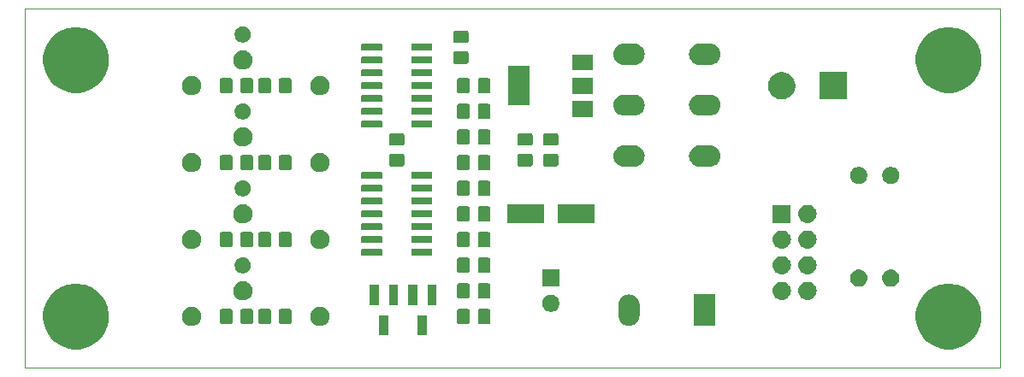
<source format=gbr>
G04 #@! TF.GenerationSoftware,KiCad,Pcbnew,5.1.4*
G04 #@! TF.CreationDate,2019-11-14T20:38:05+00:00*
G04 #@! TF.ProjectId,BSPD,42535044-2e6b-4696-9361-645f70636258,rev?*
G04 #@! TF.SameCoordinates,Original*
G04 #@! TF.FileFunction,Soldermask,Top*
G04 #@! TF.FilePolarity,Negative*
%FSLAX46Y46*%
G04 Gerber Fmt 4.6, Leading zero omitted, Abs format (unit mm)*
G04 Created by KiCad (PCBNEW 5.1.4) date 2019-11-14 20:38:05*
%MOMM*%
%LPD*%
G04 APERTURE LIST*
%ADD10C,0.050000*%
%ADD11C,0.100000*%
G04 APERTURE END LIST*
D10*
X63500000Y-63500000D02*
X160020000Y-63500000D01*
X63500000Y-99060000D02*
X63500000Y-63500000D01*
X160020000Y-99060000D02*
X63500000Y-99060000D01*
X160020000Y-99060000D02*
X160020000Y-63500000D01*
D11*
G36*
X155574239Y-90791467D02*
G01*
X155888282Y-90853934D01*
X156479926Y-91099001D01*
X156850084Y-91346333D01*
X157012391Y-91454783D01*
X157465217Y-91907609D01*
X157488857Y-91942989D01*
X157820999Y-92440074D01*
X158066066Y-93031718D01*
X158114432Y-93274869D01*
X158191000Y-93659803D01*
X158191000Y-94300197D01*
X158159446Y-94458827D01*
X158066066Y-94928282D01*
X157820999Y-95519926D01*
X157465216Y-96052392D01*
X157012392Y-96505216D01*
X156479926Y-96860999D01*
X155888282Y-97106066D01*
X155574239Y-97168533D01*
X155260197Y-97231000D01*
X154619803Y-97231000D01*
X154305761Y-97168533D01*
X153991718Y-97106066D01*
X153400074Y-96860999D01*
X152867608Y-96505216D01*
X152414784Y-96052392D01*
X152059001Y-95519926D01*
X151813934Y-94928282D01*
X151720554Y-94458827D01*
X151689000Y-94300197D01*
X151689000Y-93659803D01*
X151765568Y-93274869D01*
X151813934Y-93031718D01*
X152059001Y-92440074D01*
X152391143Y-91942989D01*
X152414783Y-91907609D01*
X152867609Y-91454783D01*
X153029916Y-91346333D01*
X153400074Y-91099001D01*
X153991718Y-90853934D01*
X154305761Y-90791467D01*
X154619803Y-90729000D01*
X155260197Y-90729000D01*
X155574239Y-90791467D01*
X155574239Y-90791467D01*
G37*
G36*
X69214239Y-90791467D02*
G01*
X69528282Y-90853934D01*
X70119926Y-91099001D01*
X70490084Y-91346333D01*
X70652391Y-91454783D01*
X71105217Y-91907609D01*
X71128857Y-91942989D01*
X71460999Y-92440074D01*
X71706066Y-93031718D01*
X71754432Y-93274869D01*
X71831000Y-93659803D01*
X71831000Y-94300197D01*
X71799446Y-94458827D01*
X71706066Y-94928282D01*
X71460999Y-95519926D01*
X71105216Y-96052392D01*
X70652392Y-96505216D01*
X70119926Y-96860999D01*
X69528282Y-97106066D01*
X69214239Y-97168533D01*
X68900197Y-97231000D01*
X68259803Y-97231000D01*
X67945761Y-97168533D01*
X67631718Y-97106066D01*
X67040074Y-96860999D01*
X66507608Y-96505216D01*
X66054784Y-96052392D01*
X65699001Y-95519926D01*
X65453934Y-94928282D01*
X65360554Y-94458827D01*
X65329000Y-94300197D01*
X65329000Y-93659803D01*
X65405568Y-93274869D01*
X65453934Y-93031718D01*
X65699001Y-92440074D01*
X66031143Y-91942989D01*
X66054783Y-91907609D01*
X66507609Y-91454783D01*
X66669916Y-91346333D01*
X67040074Y-91099001D01*
X67631718Y-90853934D01*
X67945761Y-90791467D01*
X68259803Y-90729000D01*
X68900197Y-90729000D01*
X69214239Y-90791467D01*
X69214239Y-90791467D01*
G37*
G36*
X99511000Y-95846000D02*
G01*
X98609000Y-95846000D01*
X98609000Y-93844000D01*
X99511000Y-93844000D01*
X99511000Y-95846000D01*
X99511000Y-95846000D01*
G37*
G36*
X103321000Y-95846000D02*
G01*
X102419000Y-95846000D01*
X102419000Y-93844000D01*
X103321000Y-93844000D01*
X103321000Y-95846000D01*
X103321000Y-95846000D01*
G37*
G36*
X92987395Y-93065546D02*
G01*
X93160466Y-93137234D01*
X93160467Y-93137235D01*
X93316227Y-93241310D01*
X93448690Y-93373773D01*
X93448691Y-93373775D01*
X93552766Y-93529534D01*
X93624454Y-93702605D01*
X93661000Y-93886333D01*
X93661000Y-94073667D01*
X93624454Y-94257395D01*
X93552766Y-94430466D01*
X93551922Y-94431729D01*
X93448690Y-94586227D01*
X93316227Y-94718690D01*
X93237818Y-94771081D01*
X93160466Y-94822766D01*
X92987395Y-94894454D01*
X92803667Y-94931000D01*
X92616333Y-94931000D01*
X92432605Y-94894454D01*
X92259534Y-94822766D01*
X92182182Y-94771081D01*
X92103773Y-94718690D01*
X91971310Y-94586227D01*
X91868078Y-94431729D01*
X91867234Y-94430466D01*
X91795546Y-94257395D01*
X91759000Y-94073667D01*
X91759000Y-93886333D01*
X91795546Y-93702605D01*
X91867234Y-93529534D01*
X91971309Y-93373775D01*
X91971310Y-93373773D01*
X92103773Y-93241310D01*
X92259533Y-93137235D01*
X92259534Y-93137234D01*
X92432605Y-93065546D01*
X92616333Y-93029000D01*
X92803667Y-93029000D01*
X92987395Y-93065546D01*
X92987395Y-93065546D01*
G37*
G36*
X80287395Y-93065546D02*
G01*
X80460466Y-93137234D01*
X80460467Y-93137235D01*
X80616227Y-93241310D01*
X80748690Y-93373773D01*
X80748691Y-93373775D01*
X80852766Y-93529534D01*
X80924454Y-93702605D01*
X80961000Y-93886333D01*
X80961000Y-94073667D01*
X80924454Y-94257395D01*
X80852766Y-94430466D01*
X80851922Y-94431729D01*
X80748690Y-94586227D01*
X80616227Y-94718690D01*
X80537818Y-94771081D01*
X80460466Y-94822766D01*
X80287395Y-94894454D01*
X80103667Y-94931000D01*
X79916333Y-94931000D01*
X79732605Y-94894454D01*
X79559534Y-94822766D01*
X79482182Y-94771081D01*
X79403773Y-94718690D01*
X79271310Y-94586227D01*
X79168078Y-94431729D01*
X79167234Y-94430466D01*
X79095546Y-94257395D01*
X79059000Y-94073667D01*
X79059000Y-93886333D01*
X79095546Y-93702605D01*
X79167234Y-93529534D01*
X79271309Y-93373775D01*
X79271310Y-93373773D01*
X79403773Y-93241310D01*
X79559533Y-93137235D01*
X79559534Y-93137234D01*
X79732605Y-93065546D01*
X79916333Y-93029000D01*
X80103667Y-93029000D01*
X80287395Y-93065546D01*
X80287395Y-93065546D01*
G37*
G36*
X123516032Y-91809207D02*
G01*
X123656127Y-91851705D01*
X123714149Y-91869306D01*
X123801230Y-91915852D01*
X123896729Y-91966897D01*
X124056765Y-92098235D01*
X124188103Y-92258271D01*
X124225354Y-92327963D01*
X124285694Y-92440851D01*
X124285695Y-92440854D01*
X124345793Y-92638968D01*
X124361000Y-92793370D01*
X124361000Y-93896630D01*
X124345793Y-94051032D01*
X124285695Y-94249145D01*
X124285694Y-94249149D01*
X124258408Y-94300197D01*
X124188103Y-94431729D01*
X124056765Y-94591765D01*
X123896729Y-94723103D01*
X123780030Y-94785479D01*
X123714148Y-94820694D01*
X123714145Y-94820695D01*
X123516031Y-94880793D01*
X123310000Y-94901085D01*
X123103968Y-94880793D01*
X122905854Y-94820695D01*
X122905851Y-94820694D01*
X122809025Y-94768939D01*
X122723271Y-94723103D01*
X122563235Y-94591765D01*
X122431897Y-94431729D01*
X122369521Y-94315030D01*
X122334306Y-94249148D01*
X122281074Y-94073667D01*
X122274207Y-94051031D01*
X122259000Y-93896629D01*
X122259000Y-92793370D01*
X122262896Y-92753815D01*
X122274207Y-92638970D01*
X122334305Y-92440853D01*
X122422185Y-92276443D01*
X122431898Y-92258271D01*
X122563236Y-92098235D01*
X122723272Y-91966897D01*
X122818771Y-91915852D01*
X122905852Y-91869306D01*
X122963874Y-91851705D01*
X123103969Y-91809207D01*
X123310000Y-91788915D01*
X123516032Y-91809207D01*
X123516032Y-91809207D01*
G37*
G36*
X131861000Y-94896000D02*
G01*
X129759000Y-94896000D01*
X129759000Y-91794000D01*
X131861000Y-91794000D01*
X131861000Y-94896000D01*
X131861000Y-94896000D01*
G37*
G36*
X109438674Y-93233465D02*
G01*
X109476367Y-93244899D01*
X109511103Y-93263466D01*
X109541548Y-93288452D01*
X109566534Y-93318897D01*
X109585101Y-93353633D01*
X109596535Y-93391326D01*
X109601000Y-93436661D01*
X109601000Y-94523339D01*
X109596535Y-94568674D01*
X109585101Y-94606367D01*
X109566534Y-94641103D01*
X109541548Y-94671548D01*
X109511103Y-94696534D01*
X109476367Y-94715101D01*
X109438674Y-94726535D01*
X109393339Y-94731000D01*
X108556661Y-94731000D01*
X108511326Y-94726535D01*
X108473633Y-94715101D01*
X108438897Y-94696534D01*
X108408452Y-94671548D01*
X108383466Y-94641103D01*
X108364899Y-94606367D01*
X108353465Y-94568674D01*
X108349000Y-94523339D01*
X108349000Y-93436661D01*
X108353465Y-93391326D01*
X108364899Y-93353633D01*
X108383466Y-93318897D01*
X108408452Y-93288452D01*
X108438897Y-93263466D01*
X108473633Y-93244899D01*
X108511326Y-93233465D01*
X108556661Y-93229000D01*
X109393339Y-93229000D01*
X109438674Y-93233465D01*
X109438674Y-93233465D01*
G37*
G36*
X107388674Y-93233465D02*
G01*
X107426367Y-93244899D01*
X107461103Y-93263466D01*
X107491548Y-93288452D01*
X107516534Y-93318897D01*
X107535101Y-93353633D01*
X107546535Y-93391326D01*
X107551000Y-93436661D01*
X107551000Y-94523339D01*
X107546535Y-94568674D01*
X107535101Y-94606367D01*
X107516534Y-94641103D01*
X107491548Y-94671548D01*
X107461103Y-94696534D01*
X107426367Y-94715101D01*
X107388674Y-94726535D01*
X107343339Y-94731000D01*
X106506661Y-94731000D01*
X106461326Y-94726535D01*
X106423633Y-94715101D01*
X106388897Y-94696534D01*
X106358452Y-94671548D01*
X106333466Y-94641103D01*
X106314899Y-94606367D01*
X106303465Y-94568674D01*
X106299000Y-94523339D01*
X106299000Y-93436661D01*
X106303465Y-93391326D01*
X106314899Y-93353633D01*
X106333466Y-93318897D01*
X106358452Y-93288452D01*
X106388897Y-93263466D01*
X106423633Y-93244899D01*
X106461326Y-93233465D01*
X106506661Y-93229000D01*
X107343339Y-93229000D01*
X107388674Y-93233465D01*
X107388674Y-93233465D01*
G37*
G36*
X89753674Y-93233465D02*
G01*
X89791367Y-93244899D01*
X89826103Y-93263466D01*
X89856548Y-93288452D01*
X89881534Y-93318897D01*
X89900101Y-93353633D01*
X89911535Y-93391326D01*
X89916000Y-93436661D01*
X89916000Y-94523339D01*
X89911535Y-94568674D01*
X89900101Y-94606367D01*
X89881534Y-94641103D01*
X89856548Y-94671548D01*
X89826103Y-94696534D01*
X89791367Y-94715101D01*
X89753674Y-94726535D01*
X89708339Y-94731000D01*
X88871661Y-94731000D01*
X88826326Y-94726535D01*
X88788633Y-94715101D01*
X88753897Y-94696534D01*
X88723452Y-94671548D01*
X88698466Y-94641103D01*
X88679899Y-94606367D01*
X88668465Y-94568674D01*
X88664000Y-94523339D01*
X88664000Y-93436661D01*
X88668465Y-93391326D01*
X88679899Y-93353633D01*
X88698466Y-93318897D01*
X88723452Y-93288452D01*
X88753897Y-93263466D01*
X88788633Y-93244899D01*
X88826326Y-93233465D01*
X88871661Y-93229000D01*
X89708339Y-93229000D01*
X89753674Y-93233465D01*
X89753674Y-93233465D01*
G37*
G36*
X87703674Y-93233465D02*
G01*
X87741367Y-93244899D01*
X87776103Y-93263466D01*
X87806548Y-93288452D01*
X87831534Y-93318897D01*
X87850101Y-93353633D01*
X87861535Y-93391326D01*
X87866000Y-93436661D01*
X87866000Y-94523339D01*
X87861535Y-94568674D01*
X87850101Y-94606367D01*
X87831534Y-94641103D01*
X87806548Y-94671548D01*
X87776103Y-94696534D01*
X87741367Y-94715101D01*
X87703674Y-94726535D01*
X87658339Y-94731000D01*
X86821661Y-94731000D01*
X86776326Y-94726535D01*
X86738633Y-94715101D01*
X86703897Y-94696534D01*
X86673452Y-94671548D01*
X86648466Y-94641103D01*
X86629899Y-94606367D01*
X86618465Y-94568674D01*
X86614000Y-94523339D01*
X86614000Y-93436661D01*
X86618465Y-93391326D01*
X86629899Y-93353633D01*
X86648466Y-93318897D01*
X86673452Y-93288452D01*
X86703897Y-93263466D01*
X86738633Y-93244899D01*
X86776326Y-93233465D01*
X86821661Y-93229000D01*
X87658339Y-93229000D01*
X87703674Y-93233465D01*
X87703674Y-93233465D01*
G37*
G36*
X85943674Y-93233465D02*
G01*
X85981367Y-93244899D01*
X86016103Y-93263466D01*
X86046548Y-93288452D01*
X86071534Y-93318897D01*
X86090101Y-93353633D01*
X86101535Y-93391326D01*
X86106000Y-93436661D01*
X86106000Y-94523339D01*
X86101535Y-94568674D01*
X86090101Y-94606367D01*
X86071534Y-94641103D01*
X86046548Y-94671548D01*
X86016103Y-94696534D01*
X85981367Y-94715101D01*
X85943674Y-94726535D01*
X85898339Y-94731000D01*
X85061661Y-94731000D01*
X85016326Y-94726535D01*
X84978633Y-94715101D01*
X84943897Y-94696534D01*
X84913452Y-94671548D01*
X84888466Y-94641103D01*
X84869899Y-94606367D01*
X84858465Y-94568674D01*
X84854000Y-94523339D01*
X84854000Y-93436661D01*
X84858465Y-93391326D01*
X84869899Y-93353633D01*
X84888466Y-93318897D01*
X84913452Y-93288452D01*
X84943897Y-93263466D01*
X84978633Y-93244899D01*
X85016326Y-93233465D01*
X85061661Y-93229000D01*
X85898339Y-93229000D01*
X85943674Y-93233465D01*
X85943674Y-93233465D01*
G37*
G36*
X83893674Y-93233465D02*
G01*
X83931367Y-93244899D01*
X83966103Y-93263466D01*
X83996548Y-93288452D01*
X84021534Y-93318897D01*
X84040101Y-93353633D01*
X84051535Y-93391326D01*
X84056000Y-93436661D01*
X84056000Y-94523339D01*
X84051535Y-94568674D01*
X84040101Y-94606367D01*
X84021534Y-94641103D01*
X83996548Y-94671548D01*
X83966103Y-94696534D01*
X83931367Y-94715101D01*
X83893674Y-94726535D01*
X83848339Y-94731000D01*
X83011661Y-94731000D01*
X82966326Y-94726535D01*
X82928633Y-94715101D01*
X82893897Y-94696534D01*
X82863452Y-94671548D01*
X82838466Y-94641103D01*
X82819899Y-94606367D01*
X82808465Y-94568674D01*
X82804000Y-94523339D01*
X82804000Y-93436661D01*
X82808465Y-93391326D01*
X82819899Y-93353633D01*
X82838466Y-93318897D01*
X82863452Y-93288452D01*
X82893897Y-93263466D01*
X82928633Y-93244899D01*
X82966326Y-93233465D01*
X83011661Y-93229000D01*
X83848339Y-93229000D01*
X83893674Y-93233465D01*
X83893674Y-93233465D01*
G37*
G36*
X115818228Y-91851703D02*
G01*
X115973100Y-91915853D01*
X116112481Y-92008985D01*
X116231015Y-92127519D01*
X116324147Y-92266900D01*
X116388297Y-92421772D01*
X116421000Y-92586184D01*
X116421000Y-92753816D01*
X116388297Y-92918228D01*
X116324147Y-93073100D01*
X116231015Y-93212481D01*
X116112481Y-93331015D01*
X115973100Y-93424147D01*
X115818228Y-93488297D01*
X115653816Y-93521000D01*
X115486184Y-93521000D01*
X115321772Y-93488297D01*
X115166900Y-93424147D01*
X115027519Y-93331015D01*
X114908985Y-93212481D01*
X114815853Y-93073100D01*
X114751703Y-92918228D01*
X114719000Y-92753816D01*
X114719000Y-92586184D01*
X114751703Y-92421772D01*
X114815853Y-92266900D01*
X114908985Y-92127519D01*
X115027519Y-92008985D01*
X115166900Y-91915853D01*
X115321772Y-91851703D01*
X115486184Y-91819000D01*
X115653816Y-91819000D01*
X115818228Y-91851703D01*
X115818228Y-91851703D01*
G37*
G36*
X104271000Y-92846000D02*
G01*
X103369000Y-92846000D01*
X103369000Y-90844000D01*
X104271000Y-90844000D01*
X104271000Y-92846000D01*
X104271000Y-92846000D01*
G37*
G36*
X102371000Y-92846000D02*
G01*
X101469000Y-92846000D01*
X101469000Y-90844000D01*
X102371000Y-90844000D01*
X102371000Y-92846000D01*
X102371000Y-92846000D01*
G37*
G36*
X100461000Y-92846000D02*
G01*
X99559000Y-92846000D01*
X99559000Y-90844000D01*
X100461000Y-90844000D01*
X100461000Y-92846000D01*
X100461000Y-92846000D01*
G37*
G36*
X98561000Y-92846000D02*
G01*
X97659000Y-92846000D01*
X97659000Y-90844000D01*
X98561000Y-90844000D01*
X98561000Y-92846000D01*
X98561000Y-92846000D01*
G37*
G36*
X85367395Y-90525546D02*
G01*
X85540466Y-90597234D01*
X85612069Y-90645078D01*
X85696227Y-90701310D01*
X85828690Y-90833773D01*
X85860249Y-90881005D01*
X85932766Y-90989534D01*
X86004454Y-91162605D01*
X86041000Y-91346333D01*
X86041000Y-91533667D01*
X86004454Y-91717395D01*
X85932766Y-91890466D01*
X85915803Y-91915853D01*
X85828690Y-92046227D01*
X85696227Y-92178690D01*
X85675141Y-92192779D01*
X85540466Y-92282766D01*
X85367395Y-92354454D01*
X85183667Y-92391000D01*
X84996333Y-92391000D01*
X84812605Y-92354454D01*
X84639534Y-92282766D01*
X84504859Y-92192779D01*
X84483773Y-92178690D01*
X84351310Y-92046227D01*
X84264197Y-91915853D01*
X84247234Y-91890466D01*
X84175546Y-91717395D01*
X84139000Y-91533667D01*
X84139000Y-91346333D01*
X84175546Y-91162605D01*
X84247234Y-90989534D01*
X84319751Y-90881005D01*
X84351310Y-90833773D01*
X84483773Y-90701310D01*
X84567931Y-90645078D01*
X84639534Y-90597234D01*
X84812605Y-90525546D01*
X84996333Y-90489000D01*
X85183667Y-90489000D01*
X85367395Y-90525546D01*
X85367395Y-90525546D01*
G37*
G36*
X138540443Y-90545519D02*
G01*
X138606627Y-90552037D01*
X138776466Y-90603557D01*
X138932991Y-90687222D01*
X138941530Y-90694230D01*
X139070186Y-90799814D01*
X139149665Y-90896661D01*
X139182778Y-90937009D01*
X139266443Y-91093534D01*
X139317963Y-91263373D01*
X139335359Y-91440000D01*
X139317963Y-91616627D01*
X139266443Y-91786466D01*
X139182778Y-91942991D01*
X139163159Y-91966897D01*
X139070186Y-92080186D01*
X138991049Y-92145131D01*
X138932991Y-92192778D01*
X138776466Y-92276443D01*
X138606627Y-92327963D01*
X138540443Y-92334481D01*
X138474260Y-92341000D01*
X138385740Y-92341000D01*
X138319557Y-92334481D01*
X138253373Y-92327963D01*
X138083534Y-92276443D01*
X137927009Y-92192778D01*
X137868951Y-92145131D01*
X137789814Y-92080186D01*
X137696841Y-91966897D01*
X137677222Y-91942991D01*
X137593557Y-91786466D01*
X137542037Y-91616627D01*
X137524641Y-91440000D01*
X137542037Y-91263373D01*
X137593557Y-91093534D01*
X137677222Y-90937009D01*
X137710335Y-90896661D01*
X137789814Y-90799814D01*
X137918470Y-90694230D01*
X137927009Y-90687222D01*
X138083534Y-90603557D01*
X138253373Y-90552037D01*
X138319557Y-90545519D01*
X138385740Y-90539000D01*
X138474260Y-90539000D01*
X138540443Y-90545519D01*
X138540443Y-90545519D01*
G37*
G36*
X141080443Y-90545519D02*
G01*
X141146627Y-90552037D01*
X141316466Y-90603557D01*
X141472991Y-90687222D01*
X141481530Y-90694230D01*
X141610186Y-90799814D01*
X141689665Y-90896661D01*
X141722778Y-90937009D01*
X141806443Y-91093534D01*
X141857963Y-91263373D01*
X141875359Y-91440000D01*
X141857963Y-91616627D01*
X141806443Y-91786466D01*
X141722778Y-91942991D01*
X141703159Y-91966897D01*
X141610186Y-92080186D01*
X141531049Y-92145131D01*
X141472991Y-92192778D01*
X141316466Y-92276443D01*
X141146627Y-92327963D01*
X141080443Y-92334481D01*
X141014260Y-92341000D01*
X140925740Y-92341000D01*
X140859557Y-92334481D01*
X140793373Y-92327963D01*
X140623534Y-92276443D01*
X140467009Y-92192778D01*
X140408951Y-92145131D01*
X140329814Y-92080186D01*
X140236841Y-91966897D01*
X140217222Y-91942991D01*
X140133557Y-91786466D01*
X140082037Y-91616627D01*
X140064641Y-91440000D01*
X140082037Y-91263373D01*
X140133557Y-91093534D01*
X140217222Y-90937009D01*
X140250335Y-90896661D01*
X140329814Y-90799814D01*
X140458470Y-90694230D01*
X140467009Y-90687222D01*
X140623534Y-90603557D01*
X140793373Y-90552037D01*
X140859557Y-90545519D01*
X140925740Y-90539000D01*
X141014260Y-90539000D01*
X141080443Y-90545519D01*
X141080443Y-90545519D01*
G37*
G36*
X109438674Y-90693465D02*
G01*
X109476367Y-90704899D01*
X109511103Y-90723466D01*
X109541548Y-90748452D01*
X109566534Y-90778897D01*
X109585101Y-90813633D01*
X109596535Y-90851326D01*
X109601000Y-90896661D01*
X109601000Y-91983339D01*
X109596535Y-92028674D01*
X109585101Y-92066367D01*
X109566534Y-92101103D01*
X109541548Y-92131548D01*
X109511103Y-92156534D01*
X109476367Y-92175101D01*
X109438674Y-92186535D01*
X109393339Y-92191000D01*
X108556661Y-92191000D01*
X108511326Y-92186535D01*
X108473633Y-92175101D01*
X108438897Y-92156534D01*
X108408452Y-92131548D01*
X108383466Y-92101103D01*
X108364899Y-92066367D01*
X108353465Y-92028674D01*
X108349000Y-91983339D01*
X108349000Y-90896661D01*
X108353465Y-90851326D01*
X108364899Y-90813633D01*
X108383466Y-90778897D01*
X108408452Y-90748452D01*
X108438897Y-90723466D01*
X108473633Y-90704899D01*
X108511326Y-90693465D01*
X108556661Y-90689000D01*
X109393339Y-90689000D01*
X109438674Y-90693465D01*
X109438674Y-90693465D01*
G37*
G36*
X107388674Y-90693465D02*
G01*
X107426367Y-90704899D01*
X107461103Y-90723466D01*
X107491548Y-90748452D01*
X107516534Y-90778897D01*
X107535101Y-90813633D01*
X107546535Y-90851326D01*
X107551000Y-90896661D01*
X107551000Y-91983339D01*
X107546535Y-92028674D01*
X107535101Y-92066367D01*
X107516534Y-92101103D01*
X107491548Y-92131548D01*
X107461103Y-92156534D01*
X107426367Y-92175101D01*
X107388674Y-92186535D01*
X107343339Y-92191000D01*
X106506661Y-92191000D01*
X106461326Y-92186535D01*
X106423633Y-92175101D01*
X106388897Y-92156534D01*
X106358452Y-92131548D01*
X106333466Y-92101103D01*
X106314899Y-92066367D01*
X106303465Y-92028674D01*
X106299000Y-91983339D01*
X106299000Y-90896661D01*
X106303465Y-90851326D01*
X106314899Y-90813633D01*
X106333466Y-90778897D01*
X106358452Y-90748452D01*
X106388897Y-90723466D01*
X106423633Y-90704899D01*
X106461326Y-90693465D01*
X106506661Y-90689000D01*
X107343339Y-90689000D01*
X107388674Y-90693465D01*
X107388674Y-90693465D01*
G37*
G36*
X149391823Y-89331313D02*
G01*
X149522380Y-89370917D01*
X149548455Y-89378827D01*
X149552242Y-89379976D01*
X149670786Y-89443339D01*
X149700078Y-89458996D01*
X149829659Y-89565341D01*
X149936004Y-89694922D01*
X149936005Y-89694924D01*
X150015024Y-89842758D01*
X150063687Y-90003177D01*
X150080117Y-90170000D01*
X150063687Y-90336823D01*
X150015024Y-90497242D01*
X149958197Y-90603557D01*
X149936004Y-90645078D01*
X149829659Y-90774659D01*
X149700078Y-90881004D01*
X149700076Y-90881005D01*
X149552242Y-90960024D01*
X149552239Y-90960025D01*
X149522380Y-90969083D01*
X149391823Y-91008687D01*
X149266804Y-91021000D01*
X149183196Y-91021000D01*
X149058177Y-91008687D01*
X148927620Y-90969083D01*
X148897761Y-90960025D01*
X148897758Y-90960024D01*
X148749924Y-90881005D01*
X148749922Y-90881004D01*
X148620341Y-90774659D01*
X148513996Y-90645078D01*
X148491803Y-90603557D01*
X148434976Y-90497242D01*
X148386313Y-90336823D01*
X148369883Y-90170000D01*
X148386313Y-90003177D01*
X148434976Y-89842758D01*
X148513995Y-89694924D01*
X148513996Y-89694922D01*
X148620341Y-89565341D01*
X148749922Y-89458996D01*
X148779214Y-89443339D01*
X148897758Y-89379976D01*
X148901546Y-89378827D01*
X148927620Y-89370917D01*
X149058177Y-89331313D01*
X149183196Y-89319000D01*
X149266804Y-89319000D01*
X149391823Y-89331313D01*
X149391823Y-89331313D01*
G37*
G36*
X116421000Y-91021000D02*
G01*
X114719000Y-91021000D01*
X114719000Y-89319000D01*
X116421000Y-89319000D01*
X116421000Y-91021000D01*
X116421000Y-91021000D01*
G37*
G36*
X146216823Y-89331313D02*
G01*
X146347380Y-89370917D01*
X146373455Y-89378827D01*
X146377242Y-89379976D01*
X146495786Y-89443339D01*
X146525078Y-89458996D01*
X146654659Y-89565341D01*
X146761004Y-89694922D01*
X146761005Y-89694924D01*
X146840024Y-89842758D01*
X146888687Y-90003177D01*
X146905117Y-90170000D01*
X146888687Y-90336823D01*
X146840024Y-90497242D01*
X146783197Y-90603557D01*
X146761004Y-90645078D01*
X146654659Y-90774659D01*
X146525078Y-90881004D01*
X146525076Y-90881005D01*
X146377242Y-90960024D01*
X146377239Y-90960025D01*
X146347380Y-90969083D01*
X146216823Y-91008687D01*
X146091804Y-91021000D01*
X146008196Y-91021000D01*
X145883177Y-91008687D01*
X145752620Y-90969083D01*
X145722761Y-90960025D01*
X145722758Y-90960024D01*
X145574924Y-90881005D01*
X145574922Y-90881004D01*
X145445341Y-90774659D01*
X145338996Y-90645078D01*
X145316803Y-90603557D01*
X145259976Y-90497242D01*
X145211313Y-90336823D01*
X145194883Y-90170000D01*
X145211313Y-90003177D01*
X145259976Y-89842758D01*
X145338995Y-89694924D01*
X145338996Y-89694922D01*
X145445341Y-89565341D01*
X145574922Y-89458996D01*
X145604214Y-89443339D01*
X145722758Y-89379976D01*
X145726546Y-89378827D01*
X145752620Y-89370917D01*
X145883177Y-89331313D01*
X146008196Y-89319000D01*
X146091804Y-89319000D01*
X146216823Y-89331313D01*
X146216823Y-89331313D01*
G37*
G36*
X141080443Y-88005519D02*
G01*
X141146627Y-88012037D01*
X141316466Y-88063557D01*
X141472991Y-88147222D01*
X141481530Y-88154230D01*
X141610186Y-88259814D01*
X141689665Y-88356661D01*
X141722778Y-88397009D01*
X141806443Y-88553534D01*
X141857963Y-88723373D01*
X141875359Y-88900000D01*
X141857963Y-89076627D01*
X141806443Y-89246466D01*
X141722778Y-89402991D01*
X141699032Y-89431925D01*
X141610186Y-89540186D01*
X141517154Y-89616534D01*
X141472991Y-89652778D01*
X141316466Y-89736443D01*
X141146627Y-89787963D01*
X141080443Y-89794481D01*
X141014260Y-89801000D01*
X140925740Y-89801000D01*
X140859557Y-89794481D01*
X140793373Y-89787963D01*
X140623534Y-89736443D01*
X140467009Y-89652778D01*
X140422846Y-89616534D01*
X140329814Y-89540186D01*
X140240968Y-89431925D01*
X140217222Y-89402991D01*
X140133557Y-89246466D01*
X140082037Y-89076627D01*
X140064641Y-88900000D01*
X140082037Y-88723373D01*
X140133557Y-88553534D01*
X140217222Y-88397009D01*
X140250335Y-88356661D01*
X140329814Y-88259814D01*
X140458470Y-88154230D01*
X140467009Y-88147222D01*
X140623534Y-88063557D01*
X140793373Y-88012037D01*
X140859557Y-88005519D01*
X140925740Y-87999000D01*
X141014260Y-87999000D01*
X141080443Y-88005519D01*
X141080443Y-88005519D01*
G37*
G36*
X138540443Y-88005519D02*
G01*
X138606627Y-88012037D01*
X138776466Y-88063557D01*
X138932991Y-88147222D01*
X138941530Y-88154230D01*
X139070186Y-88259814D01*
X139149665Y-88356661D01*
X139182778Y-88397009D01*
X139266443Y-88553534D01*
X139317963Y-88723373D01*
X139335359Y-88900000D01*
X139317963Y-89076627D01*
X139266443Y-89246466D01*
X139182778Y-89402991D01*
X139159032Y-89431925D01*
X139070186Y-89540186D01*
X138977154Y-89616534D01*
X138932991Y-89652778D01*
X138776466Y-89736443D01*
X138606627Y-89787963D01*
X138540443Y-89794481D01*
X138474260Y-89801000D01*
X138385740Y-89801000D01*
X138319557Y-89794481D01*
X138253373Y-89787963D01*
X138083534Y-89736443D01*
X137927009Y-89652778D01*
X137882846Y-89616534D01*
X137789814Y-89540186D01*
X137700968Y-89431925D01*
X137677222Y-89402991D01*
X137593557Y-89246466D01*
X137542037Y-89076627D01*
X137524641Y-88900000D01*
X137542037Y-88723373D01*
X137593557Y-88553534D01*
X137677222Y-88397009D01*
X137710335Y-88356661D01*
X137789814Y-88259814D01*
X137918470Y-88154230D01*
X137927009Y-88147222D01*
X138083534Y-88063557D01*
X138253373Y-88012037D01*
X138319557Y-88005519D01*
X138385740Y-87999000D01*
X138474260Y-87999000D01*
X138540443Y-88005519D01*
X138540443Y-88005519D01*
G37*
G36*
X85323642Y-88129781D02*
G01*
X85453248Y-88183466D01*
X85469416Y-88190163D01*
X85600608Y-88277822D01*
X85712178Y-88389392D01*
X85733413Y-88421173D01*
X85799838Y-88520586D01*
X85860219Y-88666358D01*
X85891000Y-88821107D01*
X85891000Y-88978893D01*
X85860219Y-89133642D01*
X85799838Y-89279414D01*
X85799837Y-89279416D01*
X85712178Y-89410608D01*
X85600608Y-89522178D01*
X85469416Y-89609837D01*
X85469415Y-89609838D01*
X85469414Y-89609838D01*
X85323642Y-89670219D01*
X85168893Y-89701000D01*
X85011107Y-89701000D01*
X84856358Y-89670219D01*
X84710586Y-89609838D01*
X84710585Y-89609838D01*
X84710584Y-89609837D01*
X84579392Y-89522178D01*
X84467822Y-89410608D01*
X84380163Y-89279416D01*
X84380162Y-89279414D01*
X84319781Y-89133642D01*
X84289000Y-88978893D01*
X84289000Y-88821107D01*
X84319781Y-88666358D01*
X84380162Y-88520586D01*
X84446587Y-88421173D01*
X84467822Y-88389392D01*
X84579392Y-88277822D01*
X84710584Y-88190163D01*
X84726752Y-88183466D01*
X84856358Y-88129781D01*
X85011107Y-88099000D01*
X85168893Y-88099000D01*
X85323642Y-88129781D01*
X85323642Y-88129781D01*
G37*
G36*
X107388674Y-88153465D02*
G01*
X107426367Y-88164899D01*
X107461103Y-88183466D01*
X107491548Y-88208452D01*
X107516534Y-88238897D01*
X107535101Y-88273633D01*
X107546535Y-88311326D01*
X107551000Y-88356661D01*
X107551000Y-89443339D01*
X107546535Y-89488674D01*
X107535101Y-89526367D01*
X107516534Y-89561103D01*
X107491548Y-89591548D01*
X107461103Y-89616534D01*
X107426367Y-89635101D01*
X107388674Y-89646535D01*
X107343339Y-89651000D01*
X106506661Y-89651000D01*
X106461326Y-89646535D01*
X106423633Y-89635101D01*
X106388897Y-89616534D01*
X106358452Y-89591548D01*
X106333466Y-89561103D01*
X106314899Y-89526367D01*
X106303465Y-89488674D01*
X106299000Y-89443339D01*
X106299000Y-88356661D01*
X106303465Y-88311326D01*
X106314899Y-88273633D01*
X106333466Y-88238897D01*
X106358452Y-88208452D01*
X106388897Y-88183466D01*
X106423633Y-88164899D01*
X106461326Y-88153465D01*
X106506661Y-88149000D01*
X107343339Y-88149000D01*
X107388674Y-88153465D01*
X107388674Y-88153465D01*
G37*
G36*
X109438674Y-88153465D02*
G01*
X109476367Y-88164899D01*
X109511103Y-88183466D01*
X109541548Y-88208452D01*
X109566534Y-88238897D01*
X109585101Y-88273633D01*
X109596535Y-88311326D01*
X109601000Y-88356661D01*
X109601000Y-89443339D01*
X109596535Y-89488674D01*
X109585101Y-89526367D01*
X109566534Y-89561103D01*
X109541548Y-89591548D01*
X109511103Y-89616534D01*
X109476367Y-89635101D01*
X109438674Y-89646535D01*
X109393339Y-89651000D01*
X108556661Y-89651000D01*
X108511326Y-89646535D01*
X108473633Y-89635101D01*
X108438897Y-89616534D01*
X108408452Y-89591548D01*
X108383466Y-89561103D01*
X108364899Y-89526367D01*
X108353465Y-89488674D01*
X108349000Y-89443339D01*
X108349000Y-88356661D01*
X108353465Y-88311326D01*
X108364899Y-88273633D01*
X108383466Y-88238897D01*
X108408452Y-88208452D01*
X108438897Y-88183466D01*
X108473633Y-88164899D01*
X108511326Y-88153465D01*
X108556661Y-88149000D01*
X109393339Y-88149000D01*
X109438674Y-88153465D01*
X109438674Y-88153465D01*
G37*
G36*
X103739928Y-87281764D02*
G01*
X103761009Y-87288160D01*
X103780445Y-87298548D01*
X103797476Y-87312524D01*
X103811452Y-87329555D01*
X103821840Y-87348991D01*
X103828236Y-87370072D01*
X103831000Y-87398140D01*
X103831000Y-87861860D01*
X103828236Y-87889928D01*
X103821840Y-87911009D01*
X103811452Y-87930445D01*
X103797476Y-87947476D01*
X103780445Y-87961452D01*
X103761009Y-87971840D01*
X103739928Y-87978236D01*
X103711860Y-87981000D01*
X101898140Y-87981000D01*
X101870072Y-87978236D01*
X101848991Y-87971840D01*
X101829555Y-87961452D01*
X101812524Y-87947476D01*
X101798548Y-87930445D01*
X101788160Y-87911009D01*
X101781764Y-87889928D01*
X101779000Y-87861860D01*
X101779000Y-87398140D01*
X101781764Y-87370072D01*
X101788160Y-87348991D01*
X101798548Y-87329555D01*
X101812524Y-87312524D01*
X101829555Y-87298548D01*
X101848991Y-87288160D01*
X101870072Y-87281764D01*
X101898140Y-87279000D01*
X103711860Y-87279000D01*
X103739928Y-87281764D01*
X103739928Y-87281764D01*
G37*
G36*
X98789928Y-87281764D02*
G01*
X98811009Y-87288160D01*
X98830445Y-87298548D01*
X98847476Y-87312524D01*
X98861452Y-87329555D01*
X98871840Y-87348991D01*
X98878236Y-87370072D01*
X98881000Y-87398140D01*
X98881000Y-87861860D01*
X98878236Y-87889928D01*
X98871840Y-87911009D01*
X98861452Y-87930445D01*
X98847476Y-87947476D01*
X98830445Y-87961452D01*
X98811009Y-87971840D01*
X98789928Y-87978236D01*
X98761860Y-87981000D01*
X96948140Y-87981000D01*
X96920072Y-87978236D01*
X96898991Y-87971840D01*
X96879555Y-87961452D01*
X96862524Y-87947476D01*
X96848548Y-87930445D01*
X96838160Y-87911009D01*
X96831764Y-87889928D01*
X96829000Y-87861860D01*
X96829000Y-87398140D01*
X96831764Y-87370072D01*
X96838160Y-87348991D01*
X96848548Y-87329555D01*
X96862524Y-87312524D01*
X96879555Y-87298548D01*
X96898991Y-87288160D01*
X96920072Y-87281764D01*
X96948140Y-87279000D01*
X98761860Y-87279000D01*
X98789928Y-87281764D01*
X98789928Y-87281764D01*
G37*
G36*
X80287395Y-85445546D02*
G01*
X80460466Y-85517234D01*
X80537818Y-85568919D01*
X80616227Y-85621310D01*
X80748690Y-85753773D01*
X80748691Y-85753775D01*
X80852766Y-85909534D01*
X80924454Y-86082605D01*
X80961000Y-86266333D01*
X80961000Y-86453667D01*
X80924454Y-86637395D01*
X80852766Y-86810466D01*
X80852765Y-86810467D01*
X80748690Y-86966227D01*
X80616227Y-87098690D01*
X80595141Y-87112779D01*
X80460466Y-87202766D01*
X80287395Y-87274454D01*
X80103667Y-87311000D01*
X79916333Y-87311000D01*
X79732605Y-87274454D01*
X79559534Y-87202766D01*
X79424859Y-87112779D01*
X79403773Y-87098690D01*
X79271310Y-86966227D01*
X79167235Y-86810467D01*
X79167234Y-86810466D01*
X79095546Y-86637395D01*
X79059000Y-86453667D01*
X79059000Y-86266333D01*
X79095546Y-86082605D01*
X79167234Y-85909534D01*
X79271309Y-85753775D01*
X79271310Y-85753773D01*
X79403773Y-85621310D01*
X79482182Y-85568919D01*
X79559534Y-85517234D01*
X79732605Y-85445546D01*
X79916333Y-85409000D01*
X80103667Y-85409000D01*
X80287395Y-85445546D01*
X80287395Y-85445546D01*
G37*
G36*
X92987395Y-85445546D02*
G01*
X93160466Y-85517234D01*
X93237818Y-85568919D01*
X93316227Y-85621310D01*
X93448690Y-85753773D01*
X93448691Y-85753775D01*
X93552766Y-85909534D01*
X93624454Y-86082605D01*
X93661000Y-86266333D01*
X93661000Y-86453667D01*
X93624454Y-86637395D01*
X93552766Y-86810466D01*
X93552765Y-86810467D01*
X93448690Y-86966227D01*
X93316227Y-87098690D01*
X93295141Y-87112779D01*
X93160466Y-87202766D01*
X92987395Y-87274454D01*
X92803667Y-87311000D01*
X92616333Y-87311000D01*
X92432605Y-87274454D01*
X92259534Y-87202766D01*
X92124859Y-87112779D01*
X92103773Y-87098690D01*
X91971310Y-86966227D01*
X91867235Y-86810467D01*
X91867234Y-86810466D01*
X91795546Y-86637395D01*
X91759000Y-86453667D01*
X91759000Y-86266333D01*
X91795546Y-86082605D01*
X91867234Y-85909534D01*
X91971309Y-85753775D01*
X91971310Y-85753773D01*
X92103773Y-85621310D01*
X92182182Y-85568919D01*
X92259534Y-85517234D01*
X92432605Y-85445546D01*
X92616333Y-85409000D01*
X92803667Y-85409000D01*
X92987395Y-85445546D01*
X92987395Y-85445546D01*
G37*
G36*
X141080442Y-85465518D02*
G01*
X141146627Y-85472037D01*
X141316466Y-85523557D01*
X141472991Y-85607222D01*
X141481530Y-85614230D01*
X141610186Y-85719814D01*
X141689665Y-85816661D01*
X141722778Y-85857009D01*
X141806443Y-86013534D01*
X141857963Y-86183373D01*
X141875359Y-86360000D01*
X141857963Y-86536627D01*
X141806443Y-86706466D01*
X141722778Y-86862991D01*
X141699032Y-86891925D01*
X141610186Y-87000186D01*
X141531049Y-87065131D01*
X141472991Y-87112778D01*
X141316466Y-87196443D01*
X141146627Y-87247963D01*
X141080442Y-87254482D01*
X141014260Y-87261000D01*
X140925740Y-87261000D01*
X140859558Y-87254482D01*
X140793373Y-87247963D01*
X140623534Y-87196443D01*
X140467009Y-87112778D01*
X140408951Y-87065131D01*
X140329814Y-87000186D01*
X140240968Y-86891925D01*
X140217222Y-86862991D01*
X140133557Y-86706466D01*
X140082037Y-86536627D01*
X140064641Y-86360000D01*
X140082037Y-86183373D01*
X140133557Y-86013534D01*
X140217222Y-85857009D01*
X140250335Y-85816661D01*
X140329814Y-85719814D01*
X140458470Y-85614230D01*
X140467009Y-85607222D01*
X140623534Y-85523557D01*
X140793373Y-85472037D01*
X140859558Y-85465518D01*
X140925740Y-85459000D01*
X141014260Y-85459000D01*
X141080442Y-85465518D01*
X141080442Y-85465518D01*
G37*
G36*
X138540442Y-85465518D02*
G01*
X138606627Y-85472037D01*
X138776466Y-85523557D01*
X138932991Y-85607222D01*
X138941530Y-85614230D01*
X139070186Y-85719814D01*
X139149665Y-85816661D01*
X139182778Y-85857009D01*
X139266443Y-86013534D01*
X139317963Y-86183373D01*
X139335359Y-86360000D01*
X139317963Y-86536627D01*
X139266443Y-86706466D01*
X139182778Y-86862991D01*
X139159032Y-86891925D01*
X139070186Y-87000186D01*
X138991049Y-87065131D01*
X138932991Y-87112778D01*
X138776466Y-87196443D01*
X138606627Y-87247963D01*
X138540442Y-87254482D01*
X138474260Y-87261000D01*
X138385740Y-87261000D01*
X138319558Y-87254482D01*
X138253373Y-87247963D01*
X138083534Y-87196443D01*
X137927009Y-87112778D01*
X137868951Y-87065131D01*
X137789814Y-87000186D01*
X137700968Y-86891925D01*
X137677222Y-86862991D01*
X137593557Y-86706466D01*
X137542037Y-86536627D01*
X137524641Y-86360000D01*
X137542037Y-86183373D01*
X137593557Y-86013534D01*
X137677222Y-85857009D01*
X137710335Y-85816661D01*
X137789814Y-85719814D01*
X137918470Y-85614230D01*
X137927009Y-85607222D01*
X138083534Y-85523557D01*
X138253373Y-85472037D01*
X138319558Y-85465518D01*
X138385740Y-85459000D01*
X138474260Y-85459000D01*
X138540442Y-85465518D01*
X138540442Y-85465518D01*
G37*
G36*
X107388674Y-85613465D02*
G01*
X107426367Y-85624899D01*
X107461103Y-85643466D01*
X107491548Y-85668452D01*
X107516534Y-85698897D01*
X107535101Y-85733633D01*
X107546535Y-85771326D01*
X107551000Y-85816661D01*
X107551000Y-86903339D01*
X107546535Y-86948674D01*
X107535101Y-86986367D01*
X107516534Y-87021103D01*
X107491548Y-87051548D01*
X107461103Y-87076534D01*
X107426367Y-87095101D01*
X107388674Y-87106535D01*
X107343339Y-87111000D01*
X106506661Y-87111000D01*
X106461326Y-87106535D01*
X106423633Y-87095101D01*
X106388897Y-87076534D01*
X106358452Y-87051548D01*
X106333466Y-87021103D01*
X106314899Y-86986367D01*
X106303465Y-86948674D01*
X106299000Y-86903339D01*
X106299000Y-85816661D01*
X106303465Y-85771326D01*
X106314899Y-85733633D01*
X106333466Y-85698897D01*
X106358452Y-85668452D01*
X106388897Y-85643466D01*
X106423633Y-85624899D01*
X106461326Y-85613465D01*
X106506661Y-85609000D01*
X107343339Y-85609000D01*
X107388674Y-85613465D01*
X107388674Y-85613465D01*
G37*
G36*
X87703674Y-85613465D02*
G01*
X87741367Y-85624899D01*
X87776103Y-85643466D01*
X87806548Y-85668452D01*
X87831534Y-85698897D01*
X87850101Y-85733633D01*
X87861535Y-85771326D01*
X87866000Y-85816661D01*
X87866000Y-86903339D01*
X87861535Y-86948674D01*
X87850101Y-86986367D01*
X87831534Y-87021103D01*
X87806548Y-87051548D01*
X87776103Y-87076534D01*
X87741367Y-87095101D01*
X87703674Y-87106535D01*
X87658339Y-87111000D01*
X86821661Y-87111000D01*
X86776326Y-87106535D01*
X86738633Y-87095101D01*
X86703897Y-87076534D01*
X86673452Y-87051548D01*
X86648466Y-87021103D01*
X86629899Y-86986367D01*
X86618465Y-86948674D01*
X86614000Y-86903339D01*
X86614000Y-85816661D01*
X86618465Y-85771326D01*
X86629899Y-85733633D01*
X86648466Y-85698897D01*
X86673452Y-85668452D01*
X86703897Y-85643466D01*
X86738633Y-85624899D01*
X86776326Y-85613465D01*
X86821661Y-85609000D01*
X87658339Y-85609000D01*
X87703674Y-85613465D01*
X87703674Y-85613465D01*
G37*
G36*
X89753674Y-85613465D02*
G01*
X89791367Y-85624899D01*
X89826103Y-85643466D01*
X89856548Y-85668452D01*
X89881534Y-85698897D01*
X89900101Y-85733633D01*
X89911535Y-85771326D01*
X89916000Y-85816661D01*
X89916000Y-86903339D01*
X89911535Y-86948674D01*
X89900101Y-86986367D01*
X89881534Y-87021103D01*
X89856548Y-87051548D01*
X89826103Y-87076534D01*
X89791367Y-87095101D01*
X89753674Y-87106535D01*
X89708339Y-87111000D01*
X88871661Y-87111000D01*
X88826326Y-87106535D01*
X88788633Y-87095101D01*
X88753897Y-87076534D01*
X88723452Y-87051548D01*
X88698466Y-87021103D01*
X88679899Y-86986367D01*
X88668465Y-86948674D01*
X88664000Y-86903339D01*
X88664000Y-85816661D01*
X88668465Y-85771326D01*
X88679899Y-85733633D01*
X88698466Y-85698897D01*
X88723452Y-85668452D01*
X88753897Y-85643466D01*
X88788633Y-85624899D01*
X88826326Y-85613465D01*
X88871661Y-85609000D01*
X89708339Y-85609000D01*
X89753674Y-85613465D01*
X89753674Y-85613465D01*
G37*
G36*
X83893674Y-85613465D02*
G01*
X83931367Y-85624899D01*
X83966103Y-85643466D01*
X83996548Y-85668452D01*
X84021534Y-85698897D01*
X84040101Y-85733633D01*
X84051535Y-85771326D01*
X84056000Y-85816661D01*
X84056000Y-86903339D01*
X84051535Y-86948674D01*
X84040101Y-86986367D01*
X84021534Y-87021103D01*
X83996548Y-87051548D01*
X83966103Y-87076534D01*
X83931367Y-87095101D01*
X83893674Y-87106535D01*
X83848339Y-87111000D01*
X83011661Y-87111000D01*
X82966326Y-87106535D01*
X82928633Y-87095101D01*
X82893897Y-87076534D01*
X82863452Y-87051548D01*
X82838466Y-87021103D01*
X82819899Y-86986367D01*
X82808465Y-86948674D01*
X82804000Y-86903339D01*
X82804000Y-85816661D01*
X82808465Y-85771326D01*
X82819899Y-85733633D01*
X82838466Y-85698897D01*
X82863452Y-85668452D01*
X82893897Y-85643466D01*
X82928633Y-85624899D01*
X82966326Y-85613465D01*
X83011661Y-85609000D01*
X83848339Y-85609000D01*
X83893674Y-85613465D01*
X83893674Y-85613465D01*
G37*
G36*
X85943674Y-85613465D02*
G01*
X85981367Y-85624899D01*
X86016103Y-85643466D01*
X86046548Y-85668452D01*
X86071534Y-85698897D01*
X86090101Y-85733633D01*
X86101535Y-85771326D01*
X86106000Y-85816661D01*
X86106000Y-86903339D01*
X86101535Y-86948674D01*
X86090101Y-86986367D01*
X86071534Y-87021103D01*
X86046548Y-87051548D01*
X86016103Y-87076534D01*
X85981367Y-87095101D01*
X85943674Y-87106535D01*
X85898339Y-87111000D01*
X85061661Y-87111000D01*
X85016326Y-87106535D01*
X84978633Y-87095101D01*
X84943897Y-87076534D01*
X84913452Y-87051548D01*
X84888466Y-87021103D01*
X84869899Y-86986367D01*
X84858465Y-86948674D01*
X84854000Y-86903339D01*
X84854000Y-85816661D01*
X84858465Y-85771326D01*
X84869899Y-85733633D01*
X84888466Y-85698897D01*
X84913452Y-85668452D01*
X84943897Y-85643466D01*
X84978633Y-85624899D01*
X85016326Y-85613465D01*
X85061661Y-85609000D01*
X85898339Y-85609000D01*
X85943674Y-85613465D01*
X85943674Y-85613465D01*
G37*
G36*
X109438674Y-85613465D02*
G01*
X109476367Y-85624899D01*
X109511103Y-85643466D01*
X109541548Y-85668452D01*
X109566534Y-85698897D01*
X109585101Y-85733633D01*
X109596535Y-85771326D01*
X109601000Y-85816661D01*
X109601000Y-86903339D01*
X109596535Y-86948674D01*
X109585101Y-86986367D01*
X109566534Y-87021103D01*
X109541548Y-87051548D01*
X109511103Y-87076534D01*
X109476367Y-87095101D01*
X109438674Y-87106535D01*
X109393339Y-87111000D01*
X108556661Y-87111000D01*
X108511326Y-87106535D01*
X108473633Y-87095101D01*
X108438897Y-87076534D01*
X108408452Y-87051548D01*
X108383466Y-87021103D01*
X108364899Y-86986367D01*
X108353465Y-86948674D01*
X108349000Y-86903339D01*
X108349000Y-85816661D01*
X108353465Y-85771326D01*
X108364899Y-85733633D01*
X108383466Y-85698897D01*
X108408452Y-85668452D01*
X108438897Y-85643466D01*
X108473633Y-85624899D01*
X108511326Y-85613465D01*
X108556661Y-85609000D01*
X109393339Y-85609000D01*
X109438674Y-85613465D01*
X109438674Y-85613465D01*
G37*
G36*
X103739928Y-86011764D02*
G01*
X103761009Y-86018160D01*
X103780445Y-86028548D01*
X103797476Y-86042524D01*
X103811452Y-86059555D01*
X103821840Y-86078991D01*
X103828236Y-86100072D01*
X103831000Y-86128140D01*
X103831000Y-86591860D01*
X103828236Y-86619928D01*
X103821840Y-86641009D01*
X103811452Y-86660445D01*
X103797476Y-86677476D01*
X103780445Y-86691452D01*
X103761009Y-86701840D01*
X103739928Y-86708236D01*
X103711860Y-86711000D01*
X101898140Y-86711000D01*
X101870072Y-86708236D01*
X101848991Y-86701840D01*
X101829555Y-86691452D01*
X101812524Y-86677476D01*
X101798548Y-86660445D01*
X101788160Y-86641009D01*
X101781764Y-86619928D01*
X101779000Y-86591860D01*
X101779000Y-86128140D01*
X101781764Y-86100072D01*
X101788160Y-86078991D01*
X101798548Y-86059555D01*
X101812524Y-86042524D01*
X101829555Y-86028548D01*
X101848991Y-86018160D01*
X101870072Y-86011764D01*
X101898140Y-86009000D01*
X103711860Y-86009000D01*
X103739928Y-86011764D01*
X103739928Y-86011764D01*
G37*
G36*
X98789928Y-86011764D02*
G01*
X98811009Y-86018160D01*
X98830445Y-86028548D01*
X98847476Y-86042524D01*
X98861452Y-86059555D01*
X98871840Y-86078991D01*
X98878236Y-86100072D01*
X98881000Y-86128140D01*
X98881000Y-86591860D01*
X98878236Y-86619928D01*
X98871840Y-86641009D01*
X98861452Y-86660445D01*
X98847476Y-86677476D01*
X98830445Y-86691452D01*
X98811009Y-86701840D01*
X98789928Y-86708236D01*
X98761860Y-86711000D01*
X96948140Y-86711000D01*
X96920072Y-86708236D01*
X96898991Y-86701840D01*
X96879555Y-86691452D01*
X96862524Y-86677476D01*
X96848548Y-86660445D01*
X96838160Y-86641009D01*
X96831764Y-86619928D01*
X96829000Y-86591860D01*
X96829000Y-86128140D01*
X96831764Y-86100072D01*
X96838160Y-86078991D01*
X96848548Y-86059555D01*
X96862524Y-86042524D01*
X96879555Y-86028548D01*
X96898991Y-86018160D01*
X96920072Y-86011764D01*
X96948140Y-86009000D01*
X98761860Y-86009000D01*
X98789928Y-86011764D01*
X98789928Y-86011764D01*
G37*
G36*
X98789928Y-84741764D02*
G01*
X98811009Y-84748160D01*
X98830445Y-84758548D01*
X98847476Y-84772524D01*
X98861452Y-84789555D01*
X98871840Y-84808991D01*
X98878236Y-84830072D01*
X98881000Y-84858140D01*
X98881000Y-85321860D01*
X98878236Y-85349928D01*
X98871840Y-85371009D01*
X98861452Y-85390445D01*
X98847476Y-85407476D01*
X98830445Y-85421452D01*
X98811009Y-85431840D01*
X98789928Y-85438236D01*
X98761860Y-85441000D01*
X96948140Y-85441000D01*
X96920072Y-85438236D01*
X96898991Y-85431840D01*
X96879555Y-85421452D01*
X96862524Y-85407476D01*
X96848548Y-85390445D01*
X96838160Y-85371009D01*
X96831764Y-85349928D01*
X96829000Y-85321860D01*
X96829000Y-84858140D01*
X96831764Y-84830072D01*
X96838160Y-84808991D01*
X96848548Y-84789555D01*
X96862524Y-84772524D01*
X96879555Y-84758548D01*
X96898991Y-84748160D01*
X96920072Y-84741764D01*
X96948140Y-84739000D01*
X98761860Y-84739000D01*
X98789928Y-84741764D01*
X98789928Y-84741764D01*
G37*
G36*
X103739928Y-84741764D02*
G01*
X103761009Y-84748160D01*
X103780445Y-84758548D01*
X103797476Y-84772524D01*
X103811452Y-84789555D01*
X103821840Y-84808991D01*
X103828236Y-84830072D01*
X103831000Y-84858140D01*
X103831000Y-85321860D01*
X103828236Y-85349928D01*
X103821840Y-85371009D01*
X103811452Y-85390445D01*
X103797476Y-85407476D01*
X103780445Y-85421452D01*
X103761009Y-85431840D01*
X103739928Y-85438236D01*
X103711860Y-85441000D01*
X101898140Y-85441000D01*
X101870072Y-85438236D01*
X101848991Y-85431840D01*
X101829555Y-85421452D01*
X101812524Y-85407476D01*
X101798548Y-85390445D01*
X101788160Y-85371009D01*
X101781764Y-85349928D01*
X101779000Y-85321860D01*
X101779000Y-84858140D01*
X101781764Y-84830072D01*
X101788160Y-84808991D01*
X101798548Y-84789555D01*
X101812524Y-84772524D01*
X101829555Y-84758548D01*
X101848991Y-84748160D01*
X101870072Y-84741764D01*
X101898140Y-84739000D01*
X103711860Y-84739000D01*
X103739928Y-84741764D01*
X103739928Y-84741764D01*
G37*
G36*
X85367395Y-82905546D02*
G01*
X85540466Y-82977234D01*
X85617818Y-83028919D01*
X85696227Y-83081310D01*
X85828690Y-83213773D01*
X85828691Y-83213775D01*
X85932766Y-83369534D01*
X86004454Y-83542605D01*
X86041000Y-83726333D01*
X86041000Y-83913667D01*
X86004454Y-84097395D01*
X85932766Y-84270466D01*
X85932765Y-84270467D01*
X85828690Y-84426227D01*
X85696227Y-84558690D01*
X85675141Y-84572779D01*
X85540466Y-84662766D01*
X85367395Y-84734454D01*
X85183667Y-84771000D01*
X84996333Y-84771000D01*
X84812605Y-84734454D01*
X84639534Y-84662766D01*
X84504859Y-84572779D01*
X84483773Y-84558690D01*
X84351310Y-84426227D01*
X84247235Y-84270467D01*
X84247234Y-84270466D01*
X84175546Y-84097395D01*
X84139000Y-83913667D01*
X84139000Y-83726333D01*
X84175546Y-83542605D01*
X84247234Y-83369534D01*
X84351309Y-83213775D01*
X84351310Y-83213773D01*
X84483773Y-83081310D01*
X84562182Y-83028919D01*
X84639534Y-82977234D01*
X84812605Y-82905546D01*
X84996333Y-82869000D01*
X85183667Y-82869000D01*
X85367395Y-82905546D01*
X85367395Y-82905546D01*
G37*
G36*
X114871000Y-84771000D02*
G01*
X111269000Y-84771000D01*
X111269000Y-82869000D01*
X114871000Y-82869000D01*
X114871000Y-84771000D01*
X114871000Y-84771000D01*
G37*
G36*
X119871000Y-84771000D02*
G01*
X116269000Y-84771000D01*
X116269000Y-82869000D01*
X119871000Y-82869000D01*
X119871000Y-84771000D01*
X119871000Y-84771000D01*
G37*
G36*
X139331000Y-84721000D02*
G01*
X137529000Y-84721000D01*
X137529000Y-82919000D01*
X139331000Y-82919000D01*
X139331000Y-84721000D01*
X139331000Y-84721000D01*
G37*
G36*
X141080443Y-82925519D02*
G01*
X141146627Y-82932037D01*
X141316466Y-82983557D01*
X141472991Y-83067222D01*
X141481530Y-83074230D01*
X141610186Y-83179814D01*
X141689665Y-83276661D01*
X141722778Y-83317009D01*
X141806443Y-83473534D01*
X141857963Y-83643373D01*
X141875359Y-83820000D01*
X141857963Y-83996627D01*
X141806443Y-84166466D01*
X141722778Y-84322991D01*
X141699032Y-84351925D01*
X141610186Y-84460186D01*
X141531049Y-84525131D01*
X141472991Y-84572778D01*
X141316466Y-84656443D01*
X141146627Y-84707963D01*
X141080443Y-84714481D01*
X141014260Y-84721000D01*
X140925740Y-84721000D01*
X140859557Y-84714481D01*
X140793373Y-84707963D01*
X140623534Y-84656443D01*
X140467009Y-84572778D01*
X140408951Y-84525131D01*
X140329814Y-84460186D01*
X140240968Y-84351925D01*
X140217222Y-84322991D01*
X140133557Y-84166466D01*
X140082037Y-83996627D01*
X140064641Y-83820000D01*
X140082037Y-83643373D01*
X140133557Y-83473534D01*
X140217222Y-83317009D01*
X140250335Y-83276661D01*
X140329814Y-83179814D01*
X140458470Y-83074230D01*
X140467009Y-83067222D01*
X140623534Y-82983557D01*
X140793373Y-82932037D01*
X140859557Y-82925519D01*
X140925740Y-82919000D01*
X141014260Y-82919000D01*
X141080443Y-82925519D01*
X141080443Y-82925519D01*
G37*
G36*
X109438674Y-83073465D02*
G01*
X109476367Y-83084899D01*
X109511103Y-83103466D01*
X109541548Y-83128452D01*
X109566534Y-83158897D01*
X109585101Y-83193633D01*
X109596535Y-83231326D01*
X109601000Y-83276661D01*
X109601000Y-84363339D01*
X109596535Y-84408674D01*
X109585101Y-84446367D01*
X109566534Y-84481103D01*
X109541548Y-84511548D01*
X109511103Y-84536534D01*
X109476367Y-84555101D01*
X109438674Y-84566535D01*
X109393339Y-84571000D01*
X108556661Y-84571000D01*
X108511326Y-84566535D01*
X108473633Y-84555101D01*
X108438897Y-84536534D01*
X108408452Y-84511548D01*
X108383466Y-84481103D01*
X108364899Y-84446367D01*
X108353465Y-84408674D01*
X108349000Y-84363339D01*
X108349000Y-83276661D01*
X108353465Y-83231326D01*
X108364899Y-83193633D01*
X108383466Y-83158897D01*
X108408452Y-83128452D01*
X108438897Y-83103466D01*
X108473633Y-83084899D01*
X108511326Y-83073465D01*
X108556661Y-83069000D01*
X109393339Y-83069000D01*
X109438674Y-83073465D01*
X109438674Y-83073465D01*
G37*
G36*
X107388674Y-83073465D02*
G01*
X107426367Y-83084899D01*
X107461103Y-83103466D01*
X107491548Y-83128452D01*
X107516534Y-83158897D01*
X107535101Y-83193633D01*
X107546535Y-83231326D01*
X107551000Y-83276661D01*
X107551000Y-84363339D01*
X107546535Y-84408674D01*
X107535101Y-84446367D01*
X107516534Y-84481103D01*
X107491548Y-84511548D01*
X107461103Y-84536534D01*
X107426367Y-84555101D01*
X107388674Y-84566535D01*
X107343339Y-84571000D01*
X106506661Y-84571000D01*
X106461326Y-84566535D01*
X106423633Y-84555101D01*
X106388897Y-84536534D01*
X106358452Y-84511548D01*
X106333466Y-84481103D01*
X106314899Y-84446367D01*
X106303465Y-84408674D01*
X106299000Y-84363339D01*
X106299000Y-83276661D01*
X106303465Y-83231326D01*
X106314899Y-83193633D01*
X106333466Y-83158897D01*
X106358452Y-83128452D01*
X106388897Y-83103466D01*
X106423633Y-83084899D01*
X106461326Y-83073465D01*
X106506661Y-83069000D01*
X107343339Y-83069000D01*
X107388674Y-83073465D01*
X107388674Y-83073465D01*
G37*
G36*
X98789928Y-83471764D02*
G01*
X98811009Y-83478160D01*
X98830445Y-83488548D01*
X98847476Y-83502524D01*
X98861452Y-83519555D01*
X98871840Y-83538991D01*
X98878236Y-83560072D01*
X98881000Y-83588140D01*
X98881000Y-84051860D01*
X98878236Y-84079928D01*
X98871840Y-84101009D01*
X98861452Y-84120445D01*
X98847476Y-84137476D01*
X98830445Y-84151452D01*
X98811009Y-84161840D01*
X98789928Y-84168236D01*
X98761860Y-84171000D01*
X96948140Y-84171000D01*
X96920072Y-84168236D01*
X96898991Y-84161840D01*
X96879555Y-84151452D01*
X96862524Y-84137476D01*
X96848548Y-84120445D01*
X96838160Y-84101009D01*
X96831764Y-84079928D01*
X96829000Y-84051860D01*
X96829000Y-83588140D01*
X96831764Y-83560072D01*
X96838160Y-83538991D01*
X96848548Y-83519555D01*
X96862524Y-83502524D01*
X96879555Y-83488548D01*
X96898991Y-83478160D01*
X96920072Y-83471764D01*
X96948140Y-83469000D01*
X98761860Y-83469000D01*
X98789928Y-83471764D01*
X98789928Y-83471764D01*
G37*
G36*
X103739928Y-83471764D02*
G01*
X103761009Y-83478160D01*
X103780445Y-83488548D01*
X103797476Y-83502524D01*
X103811452Y-83519555D01*
X103821840Y-83538991D01*
X103828236Y-83560072D01*
X103831000Y-83588140D01*
X103831000Y-84051860D01*
X103828236Y-84079928D01*
X103821840Y-84101009D01*
X103811452Y-84120445D01*
X103797476Y-84137476D01*
X103780445Y-84151452D01*
X103761009Y-84161840D01*
X103739928Y-84168236D01*
X103711860Y-84171000D01*
X101898140Y-84171000D01*
X101870072Y-84168236D01*
X101848991Y-84161840D01*
X101829555Y-84151452D01*
X101812524Y-84137476D01*
X101798548Y-84120445D01*
X101788160Y-84101009D01*
X101781764Y-84079928D01*
X101779000Y-84051860D01*
X101779000Y-83588140D01*
X101781764Y-83560072D01*
X101788160Y-83538991D01*
X101798548Y-83519555D01*
X101812524Y-83502524D01*
X101829555Y-83488548D01*
X101848991Y-83478160D01*
X101870072Y-83471764D01*
X101898140Y-83469000D01*
X103711860Y-83469000D01*
X103739928Y-83471764D01*
X103739928Y-83471764D01*
G37*
G36*
X98789928Y-82201764D02*
G01*
X98811009Y-82208160D01*
X98830445Y-82218548D01*
X98847476Y-82232524D01*
X98861452Y-82249555D01*
X98871840Y-82268991D01*
X98878236Y-82290072D01*
X98881000Y-82318140D01*
X98881000Y-82781860D01*
X98878236Y-82809928D01*
X98871840Y-82831009D01*
X98861452Y-82850445D01*
X98847476Y-82867476D01*
X98830445Y-82881452D01*
X98811009Y-82891840D01*
X98789928Y-82898236D01*
X98761860Y-82901000D01*
X96948140Y-82901000D01*
X96920072Y-82898236D01*
X96898991Y-82891840D01*
X96879555Y-82881452D01*
X96862524Y-82867476D01*
X96848548Y-82850445D01*
X96838160Y-82831009D01*
X96831764Y-82809928D01*
X96829000Y-82781860D01*
X96829000Y-82318140D01*
X96831764Y-82290072D01*
X96838160Y-82268991D01*
X96848548Y-82249555D01*
X96862524Y-82232524D01*
X96879555Y-82218548D01*
X96898991Y-82208160D01*
X96920072Y-82201764D01*
X96948140Y-82199000D01*
X98761860Y-82199000D01*
X98789928Y-82201764D01*
X98789928Y-82201764D01*
G37*
G36*
X103739928Y-82201764D02*
G01*
X103761009Y-82208160D01*
X103780445Y-82218548D01*
X103797476Y-82232524D01*
X103811452Y-82249555D01*
X103821840Y-82268991D01*
X103828236Y-82290072D01*
X103831000Y-82318140D01*
X103831000Y-82781860D01*
X103828236Y-82809928D01*
X103821840Y-82831009D01*
X103811452Y-82850445D01*
X103797476Y-82867476D01*
X103780445Y-82881452D01*
X103761009Y-82891840D01*
X103739928Y-82898236D01*
X103711860Y-82901000D01*
X101898140Y-82901000D01*
X101870072Y-82898236D01*
X101848991Y-82891840D01*
X101829555Y-82881452D01*
X101812524Y-82867476D01*
X101798548Y-82850445D01*
X101788160Y-82831009D01*
X101781764Y-82809928D01*
X101779000Y-82781860D01*
X101779000Y-82318140D01*
X101781764Y-82290072D01*
X101788160Y-82268991D01*
X101798548Y-82249555D01*
X101812524Y-82232524D01*
X101829555Y-82218548D01*
X101848991Y-82208160D01*
X101870072Y-82201764D01*
X101898140Y-82199000D01*
X103711860Y-82199000D01*
X103739928Y-82201764D01*
X103739928Y-82201764D01*
G37*
G36*
X85323642Y-80509781D02*
G01*
X85426728Y-80552481D01*
X85469416Y-80570163D01*
X85600608Y-80657822D01*
X85712178Y-80769392D01*
X85773388Y-80861000D01*
X85799838Y-80900586D01*
X85860219Y-81046358D01*
X85891000Y-81201107D01*
X85891000Y-81358893D01*
X85860219Y-81513642D01*
X85799838Y-81659414D01*
X85799837Y-81659416D01*
X85712178Y-81790608D01*
X85600608Y-81902178D01*
X85469416Y-81989837D01*
X85469415Y-81989838D01*
X85469414Y-81989838D01*
X85323642Y-82050219D01*
X85168893Y-82081000D01*
X85011107Y-82081000D01*
X84856358Y-82050219D01*
X84710586Y-81989838D01*
X84710585Y-81989838D01*
X84710584Y-81989837D01*
X84579392Y-81902178D01*
X84467822Y-81790608D01*
X84380163Y-81659416D01*
X84380162Y-81659414D01*
X84319781Y-81513642D01*
X84289000Y-81358893D01*
X84289000Y-81201107D01*
X84319781Y-81046358D01*
X84380162Y-80900586D01*
X84406612Y-80861000D01*
X84467822Y-80769392D01*
X84579392Y-80657822D01*
X84710584Y-80570163D01*
X84753272Y-80552481D01*
X84856358Y-80509781D01*
X85011107Y-80479000D01*
X85168893Y-80479000D01*
X85323642Y-80509781D01*
X85323642Y-80509781D01*
G37*
G36*
X107388674Y-80533465D02*
G01*
X107426367Y-80544899D01*
X107461103Y-80563466D01*
X107491548Y-80588452D01*
X107516534Y-80618897D01*
X107535101Y-80653633D01*
X107546535Y-80691326D01*
X107551000Y-80736661D01*
X107551000Y-81823339D01*
X107546535Y-81868674D01*
X107535101Y-81906367D01*
X107516534Y-81941103D01*
X107491548Y-81971548D01*
X107461103Y-81996534D01*
X107426367Y-82015101D01*
X107388674Y-82026535D01*
X107343339Y-82031000D01*
X106506661Y-82031000D01*
X106461326Y-82026535D01*
X106423633Y-82015101D01*
X106388897Y-81996534D01*
X106358452Y-81971548D01*
X106333466Y-81941103D01*
X106314899Y-81906367D01*
X106303465Y-81868674D01*
X106299000Y-81823339D01*
X106299000Y-80736661D01*
X106303465Y-80691326D01*
X106314899Y-80653633D01*
X106333466Y-80618897D01*
X106358452Y-80588452D01*
X106388897Y-80563466D01*
X106423633Y-80544899D01*
X106461326Y-80533465D01*
X106506661Y-80529000D01*
X107343339Y-80529000D01*
X107388674Y-80533465D01*
X107388674Y-80533465D01*
G37*
G36*
X109438674Y-80533465D02*
G01*
X109476367Y-80544899D01*
X109511103Y-80563466D01*
X109541548Y-80588452D01*
X109566534Y-80618897D01*
X109585101Y-80653633D01*
X109596535Y-80691326D01*
X109601000Y-80736661D01*
X109601000Y-81823339D01*
X109596535Y-81868674D01*
X109585101Y-81906367D01*
X109566534Y-81941103D01*
X109541548Y-81971548D01*
X109511103Y-81996534D01*
X109476367Y-82015101D01*
X109438674Y-82026535D01*
X109393339Y-82031000D01*
X108556661Y-82031000D01*
X108511326Y-82026535D01*
X108473633Y-82015101D01*
X108438897Y-81996534D01*
X108408452Y-81971548D01*
X108383466Y-81941103D01*
X108364899Y-81906367D01*
X108353465Y-81868674D01*
X108349000Y-81823339D01*
X108349000Y-80736661D01*
X108353465Y-80691326D01*
X108364899Y-80653633D01*
X108383466Y-80618897D01*
X108408452Y-80588452D01*
X108438897Y-80563466D01*
X108473633Y-80544899D01*
X108511326Y-80533465D01*
X108556661Y-80529000D01*
X109393339Y-80529000D01*
X109438674Y-80533465D01*
X109438674Y-80533465D01*
G37*
G36*
X103739928Y-80931764D02*
G01*
X103761009Y-80938160D01*
X103780445Y-80948548D01*
X103797476Y-80962524D01*
X103811452Y-80979555D01*
X103821840Y-80998991D01*
X103828236Y-81020072D01*
X103831000Y-81048140D01*
X103831000Y-81511860D01*
X103828236Y-81539928D01*
X103821840Y-81561009D01*
X103811452Y-81580445D01*
X103797476Y-81597476D01*
X103780445Y-81611452D01*
X103761009Y-81621840D01*
X103739928Y-81628236D01*
X103711860Y-81631000D01*
X101898140Y-81631000D01*
X101870072Y-81628236D01*
X101848991Y-81621840D01*
X101829555Y-81611452D01*
X101812524Y-81597476D01*
X101798548Y-81580445D01*
X101788160Y-81561009D01*
X101781764Y-81539928D01*
X101779000Y-81511860D01*
X101779000Y-81048140D01*
X101781764Y-81020072D01*
X101788160Y-80998991D01*
X101798548Y-80979555D01*
X101812524Y-80962524D01*
X101829555Y-80948548D01*
X101848991Y-80938160D01*
X101870072Y-80931764D01*
X101898140Y-80929000D01*
X103711860Y-80929000D01*
X103739928Y-80931764D01*
X103739928Y-80931764D01*
G37*
G36*
X98789928Y-80931764D02*
G01*
X98811009Y-80938160D01*
X98830445Y-80948548D01*
X98847476Y-80962524D01*
X98861452Y-80979555D01*
X98871840Y-80998991D01*
X98878236Y-81020072D01*
X98881000Y-81048140D01*
X98881000Y-81511860D01*
X98878236Y-81539928D01*
X98871840Y-81561009D01*
X98861452Y-81580445D01*
X98847476Y-81597476D01*
X98830445Y-81611452D01*
X98811009Y-81621840D01*
X98789928Y-81628236D01*
X98761860Y-81631000D01*
X96948140Y-81631000D01*
X96920072Y-81628236D01*
X96898991Y-81621840D01*
X96879555Y-81611452D01*
X96862524Y-81597476D01*
X96848548Y-81580445D01*
X96838160Y-81561009D01*
X96831764Y-81539928D01*
X96829000Y-81511860D01*
X96829000Y-81048140D01*
X96831764Y-81020072D01*
X96838160Y-80998991D01*
X96848548Y-80979555D01*
X96862524Y-80962524D01*
X96879555Y-80948548D01*
X96898991Y-80938160D01*
X96920072Y-80931764D01*
X96948140Y-80929000D01*
X98761860Y-80929000D01*
X98789928Y-80931764D01*
X98789928Y-80931764D01*
G37*
G36*
X146298228Y-79191703D02*
G01*
X146453100Y-79255853D01*
X146592481Y-79348985D01*
X146711015Y-79467519D01*
X146804147Y-79606900D01*
X146868297Y-79761772D01*
X146901000Y-79926184D01*
X146901000Y-80093816D01*
X146868297Y-80258228D01*
X146804147Y-80413100D01*
X146711015Y-80552481D01*
X146592481Y-80671015D01*
X146453100Y-80764147D01*
X146298228Y-80828297D01*
X146133816Y-80861000D01*
X145966184Y-80861000D01*
X145801772Y-80828297D01*
X145646900Y-80764147D01*
X145507519Y-80671015D01*
X145388985Y-80552481D01*
X145295853Y-80413100D01*
X145231703Y-80258228D01*
X145199000Y-80093816D01*
X145199000Y-79926184D01*
X145231703Y-79761772D01*
X145295853Y-79606900D01*
X145388985Y-79467519D01*
X145507519Y-79348985D01*
X145646900Y-79255853D01*
X145801772Y-79191703D01*
X145966184Y-79159000D01*
X146133816Y-79159000D01*
X146298228Y-79191703D01*
X146298228Y-79191703D01*
G37*
G36*
X149473228Y-79191703D02*
G01*
X149628100Y-79255853D01*
X149767481Y-79348985D01*
X149886015Y-79467519D01*
X149979147Y-79606900D01*
X150043297Y-79761772D01*
X150076000Y-79926184D01*
X150076000Y-80093816D01*
X150043297Y-80258228D01*
X149979147Y-80413100D01*
X149886015Y-80552481D01*
X149767481Y-80671015D01*
X149628100Y-80764147D01*
X149473228Y-80828297D01*
X149308816Y-80861000D01*
X149141184Y-80861000D01*
X148976772Y-80828297D01*
X148821900Y-80764147D01*
X148682519Y-80671015D01*
X148563985Y-80552481D01*
X148470853Y-80413100D01*
X148406703Y-80258228D01*
X148374000Y-80093816D01*
X148374000Y-79926184D01*
X148406703Y-79761772D01*
X148470853Y-79606900D01*
X148563985Y-79467519D01*
X148682519Y-79348985D01*
X148821900Y-79255853D01*
X148976772Y-79191703D01*
X149141184Y-79159000D01*
X149308816Y-79159000D01*
X149473228Y-79191703D01*
X149473228Y-79191703D01*
G37*
G36*
X98789928Y-79661764D02*
G01*
X98811009Y-79668160D01*
X98830445Y-79678548D01*
X98847476Y-79692524D01*
X98861452Y-79709555D01*
X98871840Y-79728991D01*
X98878236Y-79750072D01*
X98881000Y-79778140D01*
X98881000Y-80241860D01*
X98878236Y-80269928D01*
X98871840Y-80291009D01*
X98861452Y-80310445D01*
X98847476Y-80327476D01*
X98830445Y-80341452D01*
X98811009Y-80351840D01*
X98789928Y-80358236D01*
X98761860Y-80361000D01*
X96948140Y-80361000D01*
X96920072Y-80358236D01*
X96898991Y-80351840D01*
X96879555Y-80341452D01*
X96862524Y-80327476D01*
X96848548Y-80310445D01*
X96838160Y-80291009D01*
X96831764Y-80269928D01*
X96829000Y-80241860D01*
X96829000Y-79778140D01*
X96831764Y-79750072D01*
X96838160Y-79728991D01*
X96848548Y-79709555D01*
X96862524Y-79692524D01*
X96879555Y-79678548D01*
X96898991Y-79668160D01*
X96920072Y-79661764D01*
X96948140Y-79659000D01*
X98761860Y-79659000D01*
X98789928Y-79661764D01*
X98789928Y-79661764D01*
G37*
G36*
X103739928Y-79661764D02*
G01*
X103761009Y-79668160D01*
X103780445Y-79678548D01*
X103797476Y-79692524D01*
X103811452Y-79709555D01*
X103821840Y-79728991D01*
X103828236Y-79750072D01*
X103831000Y-79778140D01*
X103831000Y-80241860D01*
X103828236Y-80269928D01*
X103821840Y-80291009D01*
X103811452Y-80310445D01*
X103797476Y-80327476D01*
X103780445Y-80341452D01*
X103761009Y-80351840D01*
X103739928Y-80358236D01*
X103711860Y-80361000D01*
X101898140Y-80361000D01*
X101870072Y-80358236D01*
X101848991Y-80351840D01*
X101829555Y-80341452D01*
X101812524Y-80327476D01*
X101798548Y-80310445D01*
X101788160Y-80291009D01*
X101781764Y-80269928D01*
X101779000Y-80241860D01*
X101779000Y-79778140D01*
X101781764Y-79750072D01*
X101788160Y-79728991D01*
X101798548Y-79709555D01*
X101812524Y-79692524D01*
X101829555Y-79678548D01*
X101848991Y-79668160D01*
X101870072Y-79661764D01*
X101898140Y-79659000D01*
X103711860Y-79659000D01*
X103739928Y-79661764D01*
X103739928Y-79661764D01*
G37*
G36*
X80287395Y-77825546D02*
G01*
X80460466Y-77897234D01*
X80507187Y-77928452D01*
X80616227Y-78001310D01*
X80748690Y-78133773D01*
X80748691Y-78133775D01*
X80852766Y-78289534D01*
X80924454Y-78462605D01*
X80961000Y-78646333D01*
X80961000Y-78833667D01*
X80924454Y-79017395D01*
X80852766Y-79190466D01*
X80852765Y-79190467D01*
X80748690Y-79346227D01*
X80616227Y-79478690D01*
X80537818Y-79531081D01*
X80460466Y-79582766D01*
X80287395Y-79654454D01*
X80103667Y-79691000D01*
X79916333Y-79691000D01*
X79732605Y-79654454D01*
X79559534Y-79582766D01*
X79482182Y-79531081D01*
X79403773Y-79478690D01*
X79271310Y-79346227D01*
X79167235Y-79190467D01*
X79167234Y-79190466D01*
X79095546Y-79017395D01*
X79059000Y-78833667D01*
X79059000Y-78646333D01*
X79095546Y-78462605D01*
X79167234Y-78289534D01*
X79271309Y-78133775D01*
X79271310Y-78133773D01*
X79403773Y-78001310D01*
X79512813Y-77928452D01*
X79559534Y-77897234D01*
X79732605Y-77825546D01*
X79916333Y-77789000D01*
X80103667Y-77789000D01*
X80287395Y-77825546D01*
X80287395Y-77825546D01*
G37*
G36*
X92987395Y-77825546D02*
G01*
X93160466Y-77897234D01*
X93207187Y-77928452D01*
X93316227Y-78001310D01*
X93448690Y-78133773D01*
X93448691Y-78133775D01*
X93552766Y-78289534D01*
X93624454Y-78462605D01*
X93661000Y-78646333D01*
X93661000Y-78833667D01*
X93624454Y-79017395D01*
X93552766Y-79190466D01*
X93552765Y-79190467D01*
X93448690Y-79346227D01*
X93316227Y-79478690D01*
X93237818Y-79531081D01*
X93160466Y-79582766D01*
X92987395Y-79654454D01*
X92803667Y-79691000D01*
X92616333Y-79691000D01*
X92432605Y-79654454D01*
X92259534Y-79582766D01*
X92182182Y-79531081D01*
X92103773Y-79478690D01*
X91971310Y-79346227D01*
X91867235Y-79190467D01*
X91867234Y-79190466D01*
X91795546Y-79017395D01*
X91759000Y-78833667D01*
X91759000Y-78646333D01*
X91795546Y-78462605D01*
X91867234Y-78289534D01*
X91971309Y-78133775D01*
X91971310Y-78133773D01*
X92103773Y-78001310D01*
X92212813Y-77928452D01*
X92259534Y-77897234D01*
X92432605Y-77825546D01*
X92616333Y-77789000D01*
X92803667Y-77789000D01*
X92987395Y-77825546D01*
X92987395Y-77825546D01*
G37*
G36*
X89753674Y-77993465D02*
G01*
X89791367Y-78004899D01*
X89826103Y-78023466D01*
X89856548Y-78048452D01*
X89881534Y-78078897D01*
X89900101Y-78113633D01*
X89911535Y-78151326D01*
X89916000Y-78196661D01*
X89916000Y-79283339D01*
X89911535Y-79328674D01*
X89900101Y-79366367D01*
X89881534Y-79401103D01*
X89856548Y-79431548D01*
X89826103Y-79456534D01*
X89791367Y-79475101D01*
X89753674Y-79486535D01*
X89708339Y-79491000D01*
X88871661Y-79491000D01*
X88826326Y-79486535D01*
X88788633Y-79475101D01*
X88753897Y-79456534D01*
X88723452Y-79431548D01*
X88698466Y-79401103D01*
X88679899Y-79366367D01*
X88668465Y-79328674D01*
X88664000Y-79283339D01*
X88664000Y-78196661D01*
X88668465Y-78151326D01*
X88679899Y-78113633D01*
X88698466Y-78078897D01*
X88723452Y-78048452D01*
X88753897Y-78023466D01*
X88788633Y-78004899D01*
X88826326Y-77993465D01*
X88871661Y-77989000D01*
X89708339Y-77989000D01*
X89753674Y-77993465D01*
X89753674Y-77993465D01*
G37*
G36*
X87703674Y-77993465D02*
G01*
X87741367Y-78004899D01*
X87776103Y-78023466D01*
X87806548Y-78048452D01*
X87831534Y-78078897D01*
X87850101Y-78113633D01*
X87861535Y-78151326D01*
X87866000Y-78196661D01*
X87866000Y-79283339D01*
X87861535Y-79328674D01*
X87850101Y-79366367D01*
X87831534Y-79401103D01*
X87806548Y-79431548D01*
X87776103Y-79456534D01*
X87741367Y-79475101D01*
X87703674Y-79486535D01*
X87658339Y-79491000D01*
X86821661Y-79491000D01*
X86776326Y-79486535D01*
X86738633Y-79475101D01*
X86703897Y-79456534D01*
X86673452Y-79431548D01*
X86648466Y-79401103D01*
X86629899Y-79366367D01*
X86618465Y-79328674D01*
X86614000Y-79283339D01*
X86614000Y-78196661D01*
X86618465Y-78151326D01*
X86629899Y-78113633D01*
X86648466Y-78078897D01*
X86673452Y-78048452D01*
X86703897Y-78023466D01*
X86738633Y-78004899D01*
X86776326Y-77993465D01*
X86821661Y-77989000D01*
X87658339Y-77989000D01*
X87703674Y-77993465D01*
X87703674Y-77993465D01*
G37*
G36*
X85943674Y-77993465D02*
G01*
X85981367Y-78004899D01*
X86016103Y-78023466D01*
X86046548Y-78048452D01*
X86071534Y-78078897D01*
X86090101Y-78113633D01*
X86101535Y-78151326D01*
X86106000Y-78196661D01*
X86106000Y-79283339D01*
X86101535Y-79328674D01*
X86090101Y-79366367D01*
X86071534Y-79401103D01*
X86046548Y-79431548D01*
X86016103Y-79456534D01*
X85981367Y-79475101D01*
X85943674Y-79486535D01*
X85898339Y-79491000D01*
X85061661Y-79491000D01*
X85016326Y-79486535D01*
X84978633Y-79475101D01*
X84943897Y-79456534D01*
X84913452Y-79431548D01*
X84888466Y-79401103D01*
X84869899Y-79366367D01*
X84858465Y-79328674D01*
X84854000Y-79283339D01*
X84854000Y-78196661D01*
X84858465Y-78151326D01*
X84869899Y-78113633D01*
X84888466Y-78078897D01*
X84913452Y-78048452D01*
X84943897Y-78023466D01*
X84978633Y-78004899D01*
X85016326Y-77993465D01*
X85061661Y-77989000D01*
X85898339Y-77989000D01*
X85943674Y-77993465D01*
X85943674Y-77993465D01*
G37*
G36*
X83893674Y-77993465D02*
G01*
X83931367Y-78004899D01*
X83966103Y-78023466D01*
X83996548Y-78048452D01*
X84021534Y-78078897D01*
X84040101Y-78113633D01*
X84051535Y-78151326D01*
X84056000Y-78196661D01*
X84056000Y-79283339D01*
X84051535Y-79328674D01*
X84040101Y-79366367D01*
X84021534Y-79401103D01*
X83996548Y-79431548D01*
X83966103Y-79456534D01*
X83931367Y-79475101D01*
X83893674Y-79486535D01*
X83848339Y-79491000D01*
X83011661Y-79491000D01*
X82966326Y-79486535D01*
X82928633Y-79475101D01*
X82893897Y-79456534D01*
X82863452Y-79431548D01*
X82838466Y-79401103D01*
X82819899Y-79366367D01*
X82808465Y-79328674D01*
X82804000Y-79283339D01*
X82804000Y-78196661D01*
X82808465Y-78151326D01*
X82819899Y-78113633D01*
X82838466Y-78078897D01*
X82863452Y-78048452D01*
X82893897Y-78023466D01*
X82928633Y-78004899D01*
X82966326Y-77993465D01*
X83011661Y-77989000D01*
X83848339Y-77989000D01*
X83893674Y-77993465D01*
X83893674Y-77993465D01*
G37*
G36*
X107388674Y-77993465D02*
G01*
X107426367Y-78004899D01*
X107461103Y-78023466D01*
X107491548Y-78048452D01*
X107516534Y-78078897D01*
X107535101Y-78113633D01*
X107546535Y-78151326D01*
X107551000Y-78196661D01*
X107551000Y-79283339D01*
X107546535Y-79328674D01*
X107535101Y-79366367D01*
X107516534Y-79401103D01*
X107491548Y-79431548D01*
X107461103Y-79456534D01*
X107426367Y-79475101D01*
X107388674Y-79486535D01*
X107343339Y-79491000D01*
X106506661Y-79491000D01*
X106461326Y-79486535D01*
X106423633Y-79475101D01*
X106388897Y-79456534D01*
X106358452Y-79431548D01*
X106333466Y-79401103D01*
X106314899Y-79366367D01*
X106303465Y-79328674D01*
X106299000Y-79283339D01*
X106299000Y-78196661D01*
X106303465Y-78151326D01*
X106314899Y-78113633D01*
X106333466Y-78078897D01*
X106358452Y-78048452D01*
X106388897Y-78023466D01*
X106423633Y-78004899D01*
X106461326Y-77993465D01*
X106506661Y-77989000D01*
X107343339Y-77989000D01*
X107388674Y-77993465D01*
X107388674Y-77993465D01*
G37*
G36*
X109438674Y-77993465D02*
G01*
X109476367Y-78004899D01*
X109511103Y-78023466D01*
X109541548Y-78048452D01*
X109566534Y-78078897D01*
X109585101Y-78113633D01*
X109596535Y-78151326D01*
X109601000Y-78196661D01*
X109601000Y-79283339D01*
X109596535Y-79328674D01*
X109585101Y-79366367D01*
X109566534Y-79401103D01*
X109541548Y-79431548D01*
X109511103Y-79456534D01*
X109476367Y-79475101D01*
X109438674Y-79486535D01*
X109393339Y-79491000D01*
X108556661Y-79491000D01*
X108511326Y-79486535D01*
X108473633Y-79475101D01*
X108438897Y-79456534D01*
X108408452Y-79431548D01*
X108383466Y-79401103D01*
X108364899Y-79366367D01*
X108353465Y-79328674D01*
X108349000Y-79283339D01*
X108349000Y-78196661D01*
X108353465Y-78151326D01*
X108364899Y-78113633D01*
X108383466Y-78078897D01*
X108408452Y-78048452D01*
X108438897Y-78023466D01*
X108473633Y-78004899D01*
X108511326Y-77993465D01*
X108556661Y-77989000D01*
X109393339Y-77989000D01*
X109438674Y-77993465D01*
X109438674Y-77993465D01*
G37*
G36*
X123887359Y-77036534D02*
G01*
X124016032Y-77049207D01*
X124214146Y-77109305D01*
X124214149Y-77109306D01*
X124310975Y-77161061D01*
X124396729Y-77206897D01*
X124556765Y-77338235D01*
X124688103Y-77498271D01*
X124733939Y-77584025D01*
X124785694Y-77680851D01*
X124785695Y-77680854D01*
X124845793Y-77878968D01*
X124866085Y-78085000D01*
X124845793Y-78291032D01*
X124793746Y-78462605D01*
X124785694Y-78489149D01*
X124733939Y-78585975D01*
X124688103Y-78671729D01*
X124556765Y-78831765D01*
X124396729Y-78963103D01*
X124334496Y-78996367D01*
X124214149Y-79060694D01*
X124214146Y-79060695D01*
X124016032Y-79120793D01*
X123913097Y-79130931D01*
X123861631Y-79136000D01*
X122758369Y-79136000D01*
X122706903Y-79130931D01*
X122603968Y-79120793D01*
X122405854Y-79060695D01*
X122405851Y-79060694D01*
X122285504Y-78996367D01*
X122223271Y-78963103D01*
X122063235Y-78831765D01*
X121931897Y-78671729D01*
X121886061Y-78585975D01*
X121834306Y-78489149D01*
X121826254Y-78462605D01*
X121774207Y-78291032D01*
X121753915Y-78085000D01*
X121774207Y-77878968D01*
X121834305Y-77680854D01*
X121834306Y-77680851D01*
X121886061Y-77584025D01*
X121931897Y-77498271D01*
X122063235Y-77338235D01*
X122223271Y-77206897D01*
X122309025Y-77161061D01*
X122405851Y-77109306D01*
X122405854Y-77109305D01*
X122603968Y-77049207D01*
X122732641Y-77036534D01*
X122758369Y-77034000D01*
X123861631Y-77034000D01*
X123887359Y-77036534D01*
X123887359Y-77036534D01*
G37*
G36*
X131387359Y-77036534D02*
G01*
X131516032Y-77049207D01*
X131714146Y-77109305D01*
X131714149Y-77109306D01*
X131810975Y-77161061D01*
X131896729Y-77206897D01*
X132056765Y-77338235D01*
X132188103Y-77498271D01*
X132233939Y-77584025D01*
X132285694Y-77680851D01*
X132285695Y-77680854D01*
X132345793Y-77878968D01*
X132366085Y-78085000D01*
X132345793Y-78291032D01*
X132293746Y-78462605D01*
X132285694Y-78489149D01*
X132233939Y-78585975D01*
X132188103Y-78671729D01*
X132056765Y-78831765D01*
X131896729Y-78963103D01*
X131834496Y-78996367D01*
X131714149Y-79060694D01*
X131714146Y-79060695D01*
X131516032Y-79120793D01*
X131413097Y-79130931D01*
X131361631Y-79136000D01*
X130258369Y-79136000D01*
X130206903Y-79130931D01*
X130103968Y-79120793D01*
X129905854Y-79060695D01*
X129905851Y-79060694D01*
X129785504Y-78996367D01*
X129723271Y-78963103D01*
X129563235Y-78831765D01*
X129431897Y-78671729D01*
X129386061Y-78585975D01*
X129334306Y-78489149D01*
X129326254Y-78462605D01*
X129274207Y-78291032D01*
X129253915Y-78085000D01*
X129274207Y-77878968D01*
X129334305Y-77680854D01*
X129334306Y-77680851D01*
X129386061Y-77584025D01*
X129431897Y-77498271D01*
X129563235Y-77338235D01*
X129723271Y-77206897D01*
X129809025Y-77161061D01*
X129905851Y-77109306D01*
X129905854Y-77109305D01*
X130103968Y-77049207D01*
X130232641Y-77036534D01*
X130258369Y-77034000D01*
X131361631Y-77034000D01*
X131387359Y-77036534D01*
X131387359Y-77036534D01*
G37*
G36*
X100918674Y-77873465D02*
G01*
X100956367Y-77884899D01*
X100991103Y-77903466D01*
X101021548Y-77928452D01*
X101046534Y-77958897D01*
X101065101Y-77993633D01*
X101076535Y-78031326D01*
X101081000Y-78076661D01*
X101081000Y-78913339D01*
X101076535Y-78958674D01*
X101065101Y-78996367D01*
X101046534Y-79031103D01*
X101021548Y-79061548D01*
X100991103Y-79086534D01*
X100956367Y-79105101D01*
X100918674Y-79116535D01*
X100873339Y-79121000D01*
X99786661Y-79121000D01*
X99741326Y-79116535D01*
X99703633Y-79105101D01*
X99668897Y-79086534D01*
X99638452Y-79061548D01*
X99613466Y-79031103D01*
X99594899Y-78996367D01*
X99583465Y-78958674D01*
X99579000Y-78913339D01*
X99579000Y-78076661D01*
X99583465Y-78031326D01*
X99594899Y-77993633D01*
X99613466Y-77958897D01*
X99638452Y-77928452D01*
X99668897Y-77903466D01*
X99703633Y-77884899D01*
X99741326Y-77873465D01*
X99786661Y-77869000D01*
X100873339Y-77869000D01*
X100918674Y-77873465D01*
X100918674Y-77873465D01*
G37*
G36*
X113618674Y-77873465D02*
G01*
X113656367Y-77884899D01*
X113691103Y-77903466D01*
X113721548Y-77928452D01*
X113746534Y-77958897D01*
X113765101Y-77993633D01*
X113776535Y-78031326D01*
X113781000Y-78076661D01*
X113781000Y-78913339D01*
X113776535Y-78958674D01*
X113765101Y-78996367D01*
X113746534Y-79031103D01*
X113721548Y-79061548D01*
X113691103Y-79086534D01*
X113656367Y-79105101D01*
X113618674Y-79116535D01*
X113573339Y-79121000D01*
X112486661Y-79121000D01*
X112441326Y-79116535D01*
X112403633Y-79105101D01*
X112368897Y-79086534D01*
X112338452Y-79061548D01*
X112313466Y-79031103D01*
X112294899Y-78996367D01*
X112283465Y-78958674D01*
X112279000Y-78913339D01*
X112279000Y-78076661D01*
X112283465Y-78031326D01*
X112294899Y-77993633D01*
X112313466Y-77958897D01*
X112338452Y-77928452D01*
X112368897Y-77903466D01*
X112403633Y-77884899D01*
X112441326Y-77873465D01*
X112486661Y-77869000D01*
X113573339Y-77869000D01*
X113618674Y-77873465D01*
X113618674Y-77873465D01*
G37*
G36*
X116158674Y-77873465D02*
G01*
X116196367Y-77884899D01*
X116231103Y-77903466D01*
X116261548Y-77928452D01*
X116286534Y-77958897D01*
X116305101Y-77993633D01*
X116316535Y-78031326D01*
X116321000Y-78076661D01*
X116321000Y-78913339D01*
X116316535Y-78958674D01*
X116305101Y-78996367D01*
X116286534Y-79031103D01*
X116261548Y-79061548D01*
X116231103Y-79086534D01*
X116196367Y-79105101D01*
X116158674Y-79116535D01*
X116113339Y-79121000D01*
X115026661Y-79121000D01*
X114981326Y-79116535D01*
X114943633Y-79105101D01*
X114908897Y-79086534D01*
X114878452Y-79061548D01*
X114853466Y-79031103D01*
X114834899Y-78996367D01*
X114823465Y-78958674D01*
X114819000Y-78913339D01*
X114819000Y-78076661D01*
X114823465Y-78031326D01*
X114834899Y-77993633D01*
X114853466Y-77958897D01*
X114878452Y-77928452D01*
X114908897Y-77903466D01*
X114943633Y-77884899D01*
X114981326Y-77873465D01*
X115026661Y-77869000D01*
X116113339Y-77869000D01*
X116158674Y-77873465D01*
X116158674Y-77873465D01*
G37*
G36*
X85367395Y-75285546D02*
G01*
X85540466Y-75357234D01*
X85540467Y-75357235D01*
X85696227Y-75461310D01*
X85828690Y-75593773D01*
X85828691Y-75593775D01*
X85932766Y-75749534D01*
X86004454Y-75922605D01*
X86041000Y-76106333D01*
X86041000Y-76293667D01*
X86004454Y-76477395D01*
X85932766Y-76650466D01*
X85932765Y-76650467D01*
X85828690Y-76806227D01*
X85696227Y-76938690D01*
X85632751Y-76981103D01*
X85540466Y-77042766D01*
X85367395Y-77114454D01*
X85183667Y-77151000D01*
X84996333Y-77151000D01*
X84812605Y-77114454D01*
X84639534Y-77042766D01*
X84547249Y-76981103D01*
X84483773Y-76938690D01*
X84351310Y-76806227D01*
X84247235Y-76650467D01*
X84247234Y-76650466D01*
X84175546Y-76477395D01*
X84139000Y-76293667D01*
X84139000Y-76106333D01*
X84175546Y-75922605D01*
X84247234Y-75749534D01*
X84351309Y-75593775D01*
X84351310Y-75593773D01*
X84483773Y-75461310D01*
X84639533Y-75357235D01*
X84639534Y-75357234D01*
X84812605Y-75285546D01*
X84996333Y-75249000D01*
X85183667Y-75249000D01*
X85367395Y-75285546D01*
X85367395Y-75285546D01*
G37*
G36*
X116158674Y-75823465D02*
G01*
X116196367Y-75834899D01*
X116231103Y-75853466D01*
X116261548Y-75878452D01*
X116286534Y-75908897D01*
X116305101Y-75943633D01*
X116316535Y-75981326D01*
X116321000Y-76026661D01*
X116321000Y-76863339D01*
X116316535Y-76908674D01*
X116305101Y-76946367D01*
X116286534Y-76981103D01*
X116261548Y-77011548D01*
X116231103Y-77036534D01*
X116196367Y-77055101D01*
X116158674Y-77066535D01*
X116113339Y-77071000D01*
X115026661Y-77071000D01*
X114981326Y-77066535D01*
X114943633Y-77055101D01*
X114908897Y-77036534D01*
X114878452Y-77011548D01*
X114853466Y-76981103D01*
X114834899Y-76946367D01*
X114823465Y-76908674D01*
X114819000Y-76863339D01*
X114819000Y-76026661D01*
X114823465Y-75981326D01*
X114834899Y-75943633D01*
X114853466Y-75908897D01*
X114878452Y-75878452D01*
X114908897Y-75853466D01*
X114943633Y-75834899D01*
X114981326Y-75823465D01*
X115026661Y-75819000D01*
X116113339Y-75819000D01*
X116158674Y-75823465D01*
X116158674Y-75823465D01*
G37*
G36*
X113618674Y-75823465D02*
G01*
X113656367Y-75834899D01*
X113691103Y-75853466D01*
X113721548Y-75878452D01*
X113746534Y-75908897D01*
X113765101Y-75943633D01*
X113776535Y-75981326D01*
X113781000Y-76026661D01*
X113781000Y-76863339D01*
X113776535Y-76908674D01*
X113765101Y-76946367D01*
X113746534Y-76981103D01*
X113721548Y-77011548D01*
X113691103Y-77036534D01*
X113656367Y-77055101D01*
X113618674Y-77066535D01*
X113573339Y-77071000D01*
X112486661Y-77071000D01*
X112441326Y-77066535D01*
X112403633Y-77055101D01*
X112368897Y-77036534D01*
X112338452Y-77011548D01*
X112313466Y-76981103D01*
X112294899Y-76946367D01*
X112283465Y-76908674D01*
X112279000Y-76863339D01*
X112279000Y-76026661D01*
X112283465Y-75981326D01*
X112294899Y-75943633D01*
X112313466Y-75908897D01*
X112338452Y-75878452D01*
X112368897Y-75853466D01*
X112403633Y-75834899D01*
X112441326Y-75823465D01*
X112486661Y-75819000D01*
X113573339Y-75819000D01*
X113618674Y-75823465D01*
X113618674Y-75823465D01*
G37*
G36*
X100918674Y-75823465D02*
G01*
X100956367Y-75834899D01*
X100991103Y-75853466D01*
X101021548Y-75878452D01*
X101046534Y-75908897D01*
X101065101Y-75943633D01*
X101076535Y-75981326D01*
X101081000Y-76026661D01*
X101081000Y-76863339D01*
X101076535Y-76908674D01*
X101065101Y-76946367D01*
X101046534Y-76981103D01*
X101021548Y-77011548D01*
X100991103Y-77036534D01*
X100956367Y-77055101D01*
X100918674Y-77066535D01*
X100873339Y-77071000D01*
X99786661Y-77071000D01*
X99741326Y-77066535D01*
X99703633Y-77055101D01*
X99668897Y-77036534D01*
X99638452Y-77011548D01*
X99613466Y-76981103D01*
X99594899Y-76946367D01*
X99583465Y-76908674D01*
X99579000Y-76863339D01*
X99579000Y-76026661D01*
X99583465Y-75981326D01*
X99594899Y-75943633D01*
X99613466Y-75908897D01*
X99638452Y-75878452D01*
X99668897Y-75853466D01*
X99703633Y-75834899D01*
X99741326Y-75823465D01*
X99786661Y-75819000D01*
X100873339Y-75819000D01*
X100918674Y-75823465D01*
X100918674Y-75823465D01*
G37*
G36*
X107388674Y-75453465D02*
G01*
X107426367Y-75464899D01*
X107461103Y-75483466D01*
X107491548Y-75508452D01*
X107516534Y-75538897D01*
X107535101Y-75573633D01*
X107546535Y-75611326D01*
X107551000Y-75656661D01*
X107551000Y-76743339D01*
X107546535Y-76788674D01*
X107535101Y-76826367D01*
X107516534Y-76861103D01*
X107491548Y-76891548D01*
X107461103Y-76916534D01*
X107426367Y-76935101D01*
X107388674Y-76946535D01*
X107343339Y-76951000D01*
X106506661Y-76951000D01*
X106461326Y-76946535D01*
X106423633Y-76935101D01*
X106388897Y-76916534D01*
X106358452Y-76891548D01*
X106333466Y-76861103D01*
X106314899Y-76826367D01*
X106303465Y-76788674D01*
X106299000Y-76743339D01*
X106299000Y-75656661D01*
X106303465Y-75611326D01*
X106314899Y-75573633D01*
X106333466Y-75538897D01*
X106358452Y-75508452D01*
X106388897Y-75483466D01*
X106423633Y-75464899D01*
X106461326Y-75453465D01*
X106506661Y-75449000D01*
X107343339Y-75449000D01*
X107388674Y-75453465D01*
X107388674Y-75453465D01*
G37*
G36*
X109438674Y-75453465D02*
G01*
X109476367Y-75464899D01*
X109511103Y-75483466D01*
X109541548Y-75508452D01*
X109566534Y-75538897D01*
X109585101Y-75573633D01*
X109596535Y-75611326D01*
X109601000Y-75656661D01*
X109601000Y-76743339D01*
X109596535Y-76788674D01*
X109585101Y-76826367D01*
X109566534Y-76861103D01*
X109541548Y-76891548D01*
X109511103Y-76916534D01*
X109476367Y-76935101D01*
X109438674Y-76946535D01*
X109393339Y-76951000D01*
X108556661Y-76951000D01*
X108511326Y-76946535D01*
X108473633Y-76935101D01*
X108438897Y-76916534D01*
X108408452Y-76891548D01*
X108383466Y-76861103D01*
X108364899Y-76826367D01*
X108353465Y-76788674D01*
X108349000Y-76743339D01*
X108349000Y-75656661D01*
X108353465Y-75611326D01*
X108364899Y-75573633D01*
X108383466Y-75538897D01*
X108408452Y-75508452D01*
X108438897Y-75483466D01*
X108473633Y-75464899D01*
X108511326Y-75453465D01*
X108556661Y-75449000D01*
X109393339Y-75449000D01*
X109438674Y-75453465D01*
X109438674Y-75453465D01*
G37*
G36*
X98789928Y-74581764D02*
G01*
X98811009Y-74588160D01*
X98830445Y-74598548D01*
X98847476Y-74612524D01*
X98861452Y-74629555D01*
X98871840Y-74648991D01*
X98878236Y-74670072D01*
X98881000Y-74698140D01*
X98881000Y-75161860D01*
X98878236Y-75189928D01*
X98871840Y-75211009D01*
X98861452Y-75230445D01*
X98847476Y-75247476D01*
X98830445Y-75261452D01*
X98811009Y-75271840D01*
X98789928Y-75278236D01*
X98761860Y-75281000D01*
X96948140Y-75281000D01*
X96920072Y-75278236D01*
X96898991Y-75271840D01*
X96879555Y-75261452D01*
X96862524Y-75247476D01*
X96848548Y-75230445D01*
X96838160Y-75211009D01*
X96831764Y-75189928D01*
X96829000Y-75161860D01*
X96829000Y-74698140D01*
X96831764Y-74670072D01*
X96838160Y-74648991D01*
X96848548Y-74629555D01*
X96862524Y-74612524D01*
X96879555Y-74598548D01*
X96898991Y-74588160D01*
X96920072Y-74581764D01*
X96948140Y-74579000D01*
X98761860Y-74579000D01*
X98789928Y-74581764D01*
X98789928Y-74581764D01*
G37*
G36*
X103739928Y-74581764D02*
G01*
X103761009Y-74588160D01*
X103780445Y-74598548D01*
X103797476Y-74612524D01*
X103811452Y-74629555D01*
X103821840Y-74648991D01*
X103828236Y-74670072D01*
X103831000Y-74698140D01*
X103831000Y-75161860D01*
X103828236Y-75189928D01*
X103821840Y-75211009D01*
X103811452Y-75230445D01*
X103797476Y-75247476D01*
X103780445Y-75261452D01*
X103761009Y-75271840D01*
X103739928Y-75278236D01*
X103711860Y-75281000D01*
X101898140Y-75281000D01*
X101870072Y-75278236D01*
X101848991Y-75271840D01*
X101829555Y-75261452D01*
X101812524Y-75247476D01*
X101798548Y-75230445D01*
X101788160Y-75211009D01*
X101781764Y-75189928D01*
X101779000Y-75161860D01*
X101779000Y-74698140D01*
X101781764Y-74670072D01*
X101788160Y-74648991D01*
X101798548Y-74629555D01*
X101812524Y-74612524D01*
X101829555Y-74598548D01*
X101848991Y-74588160D01*
X101870072Y-74581764D01*
X101898140Y-74579000D01*
X103711860Y-74579000D01*
X103739928Y-74581764D01*
X103739928Y-74581764D01*
G37*
G36*
X85323642Y-72889781D02*
G01*
X85453248Y-72943466D01*
X85469416Y-72950163D01*
X85600608Y-73037822D01*
X85712178Y-73149392D01*
X85780091Y-73251032D01*
X85799838Y-73280586D01*
X85860219Y-73426358D01*
X85891000Y-73581107D01*
X85891000Y-73738893D01*
X85860219Y-73893642D01*
X85799838Y-74039414D01*
X85799837Y-74039416D01*
X85712178Y-74170608D01*
X85600608Y-74282178D01*
X85469416Y-74369837D01*
X85469415Y-74369838D01*
X85469414Y-74369838D01*
X85323642Y-74430219D01*
X85168893Y-74461000D01*
X85011107Y-74461000D01*
X84856358Y-74430219D01*
X84710586Y-74369838D01*
X84710585Y-74369838D01*
X84710584Y-74369837D01*
X84579392Y-74282178D01*
X84467822Y-74170608D01*
X84380163Y-74039416D01*
X84380162Y-74039414D01*
X84319781Y-73893642D01*
X84289000Y-73738893D01*
X84289000Y-73581107D01*
X84319781Y-73426358D01*
X84380162Y-73280586D01*
X84399909Y-73251032D01*
X84467822Y-73149392D01*
X84579392Y-73037822D01*
X84710584Y-72950163D01*
X84726752Y-72943466D01*
X84856358Y-72889781D01*
X85011107Y-72859000D01*
X85168893Y-72859000D01*
X85323642Y-72889781D01*
X85323642Y-72889781D01*
G37*
G36*
X109438674Y-72913465D02*
G01*
X109476367Y-72924899D01*
X109511103Y-72943466D01*
X109541548Y-72968452D01*
X109566534Y-72998897D01*
X109585101Y-73033633D01*
X109596535Y-73071326D01*
X109601000Y-73116661D01*
X109601000Y-74203339D01*
X109596535Y-74248674D01*
X109585101Y-74286367D01*
X109566534Y-74321103D01*
X109541548Y-74351548D01*
X109511103Y-74376534D01*
X109476367Y-74395101D01*
X109438674Y-74406535D01*
X109393339Y-74411000D01*
X108556661Y-74411000D01*
X108511326Y-74406535D01*
X108473633Y-74395101D01*
X108438897Y-74376534D01*
X108408452Y-74351548D01*
X108383466Y-74321103D01*
X108364899Y-74286367D01*
X108353465Y-74248674D01*
X108349000Y-74203339D01*
X108349000Y-73116661D01*
X108353465Y-73071326D01*
X108364899Y-73033633D01*
X108383466Y-72998897D01*
X108408452Y-72968452D01*
X108438897Y-72943466D01*
X108473633Y-72924899D01*
X108511326Y-72913465D01*
X108556661Y-72909000D01*
X109393339Y-72909000D01*
X109438674Y-72913465D01*
X109438674Y-72913465D01*
G37*
G36*
X107388674Y-72913465D02*
G01*
X107426367Y-72924899D01*
X107461103Y-72943466D01*
X107491548Y-72968452D01*
X107516534Y-72998897D01*
X107535101Y-73033633D01*
X107546535Y-73071326D01*
X107551000Y-73116661D01*
X107551000Y-74203339D01*
X107546535Y-74248674D01*
X107535101Y-74286367D01*
X107516534Y-74321103D01*
X107491548Y-74351548D01*
X107461103Y-74376534D01*
X107426367Y-74395101D01*
X107388674Y-74406535D01*
X107343339Y-74411000D01*
X106506661Y-74411000D01*
X106461326Y-74406535D01*
X106423633Y-74395101D01*
X106388897Y-74376534D01*
X106358452Y-74351548D01*
X106333466Y-74321103D01*
X106314899Y-74286367D01*
X106303465Y-74248674D01*
X106299000Y-74203339D01*
X106299000Y-73116661D01*
X106303465Y-73071326D01*
X106314899Y-73033633D01*
X106333466Y-72998897D01*
X106358452Y-72968452D01*
X106388897Y-72943466D01*
X106423633Y-72924899D01*
X106461326Y-72913465D01*
X106506661Y-72909000D01*
X107343339Y-72909000D01*
X107388674Y-72913465D01*
X107388674Y-72913465D01*
G37*
G36*
X119771000Y-74221000D02*
G01*
X117669000Y-74221000D01*
X117669000Y-72619000D01*
X119771000Y-72619000D01*
X119771000Y-74221000D01*
X119771000Y-74221000D01*
G37*
G36*
X131413097Y-71999069D02*
G01*
X131516032Y-72009207D01*
X131678685Y-72058548D01*
X131714149Y-72069306D01*
X131788394Y-72108991D01*
X131896729Y-72166897D01*
X132056765Y-72298235D01*
X132188103Y-72458271D01*
X132233939Y-72544025D01*
X132285694Y-72640851D01*
X132285695Y-72640854D01*
X132345793Y-72838968D01*
X132366085Y-73045000D01*
X132345793Y-73251032D01*
X132292608Y-73426357D01*
X132285694Y-73449149D01*
X132266798Y-73484500D01*
X132188103Y-73631729D01*
X132056765Y-73791765D01*
X131896729Y-73923103D01*
X131810975Y-73968939D01*
X131714149Y-74020694D01*
X131714146Y-74020695D01*
X131516032Y-74080793D01*
X131413097Y-74090931D01*
X131361631Y-74096000D01*
X130258369Y-74096000D01*
X130206903Y-74090931D01*
X130103968Y-74080793D01*
X129905854Y-74020695D01*
X129905851Y-74020694D01*
X129809025Y-73968939D01*
X129723271Y-73923103D01*
X129563235Y-73791765D01*
X129431897Y-73631729D01*
X129353202Y-73484500D01*
X129334306Y-73449149D01*
X129327392Y-73426357D01*
X129274207Y-73251032D01*
X129253915Y-73045000D01*
X129274207Y-72838968D01*
X129334305Y-72640854D01*
X129334306Y-72640851D01*
X129386061Y-72544025D01*
X129431897Y-72458271D01*
X129563235Y-72298235D01*
X129723271Y-72166897D01*
X129831606Y-72108991D01*
X129905851Y-72069306D01*
X129941315Y-72058548D01*
X130103968Y-72009207D01*
X130206903Y-71999069D01*
X130258369Y-71994000D01*
X131361631Y-71994000D01*
X131413097Y-71999069D01*
X131413097Y-71999069D01*
G37*
G36*
X123913097Y-71999069D02*
G01*
X124016032Y-72009207D01*
X124178685Y-72058548D01*
X124214149Y-72069306D01*
X124288394Y-72108991D01*
X124396729Y-72166897D01*
X124556765Y-72298235D01*
X124688103Y-72458271D01*
X124733939Y-72544025D01*
X124785694Y-72640851D01*
X124785695Y-72640854D01*
X124845793Y-72838968D01*
X124866085Y-73045000D01*
X124845793Y-73251032D01*
X124792608Y-73426357D01*
X124785694Y-73449149D01*
X124766798Y-73484500D01*
X124688103Y-73631729D01*
X124556765Y-73791765D01*
X124396729Y-73923103D01*
X124310975Y-73968939D01*
X124214149Y-74020694D01*
X124214146Y-74020695D01*
X124016032Y-74080793D01*
X123913097Y-74090931D01*
X123861631Y-74096000D01*
X122758369Y-74096000D01*
X122706903Y-74090931D01*
X122603968Y-74080793D01*
X122405854Y-74020695D01*
X122405851Y-74020694D01*
X122309025Y-73968939D01*
X122223271Y-73923103D01*
X122063235Y-73791765D01*
X121931897Y-73631729D01*
X121853202Y-73484500D01*
X121834306Y-73449149D01*
X121827392Y-73426357D01*
X121774207Y-73251032D01*
X121753915Y-73045000D01*
X121774207Y-72838968D01*
X121834305Y-72640854D01*
X121834306Y-72640851D01*
X121886061Y-72544025D01*
X121931897Y-72458271D01*
X122063235Y-72298235D01*
X122223271Y-72166897D01*
X122331606Y-72108991D01*
X122405851Y-72069306D01*
X122441315Y-72058548D01*
X122603968Y-72009207D01*
X122706903Y-71999069D01*
X122758369Y-71994000D01*
X123861631Y-71994000D01*
X123913097Y-71999069D01*
X123913097Y-71999069D01*
G37*
G36*
X103739928Y-73311764D02*
G01*
X103761009Y-73318160D01*
X103780445Y-73328548D01*
X103797476Y-73342524D01*
X103811452Y-73359555D01*
X103821840Y-73378991D01*
X103828236Y-73400072D01*
X103831000Y-73428140D01*
X103831000Y-73891860D01*
X103828236Y-73919928D01*
X103821840Y-73941009D01*
X103811452Y-73960445D01*
X103797476Y-73977476D01*
X103780445Y-73991452D01*
X103761009Y-74001840D01*
X103739928Y-74008236D01*
X103711860Y-74011000D01*
X101898140Y-74011000D01*
X101870072Y-74008236D01*
X101848991Y-74001840D01*
X101829555Y-73991452D01*
X101812524Y-73977476D01*
X101798548Y-73960445D01*
X101788160Y-73941009D01*
X101781764Y-73919928D01*
X101779000Y-73891860D01*
X101779000Y-73428140D01*
X101781764Y-73400072D01*
X101788160Y-73378991D01*
X101798548Y-73359555D01*
X101812524Y-73342524D01*
X101829555Y-73328548D01*
X101848991Y-73318160D01*
X101870072Y-73311764D01*
X101898140Y-73309000D01*
X103711860Y-73309000D01*
X103739928Y-73311764D01*
X103739928Y-73311764D01*
G37*
G36*
X98789928Y-73311764D02*
G01*
X98811009Y-73318160D01*
X98830445Y-73328548D01*
X98847476Y-73342524D01*
X98861452Y-73359555D01*
X98871840Y-73378991D01*
X98878236Y-73400072D01*
X98881000Y-73428140D01*
X98881000Y-73891860D01*
X98878236Y-73919928D01*
X98871840Y-73941009D01*
X98861452Y-73960445D01*
X98847476Y-73977476D01*
X98830445Y-73991452D01*
X98811009Y-74001840D01*
X98789928Y-74008236D01*
X98761860Y-74011000D01*
X96948140Y-74011000D01*
X96920072Y-74008236D01*
X96898991Y-74001840D01*
X96879555Y-73991452D01*
X96862524Y-73977476D01*
X96848548Y-73960445D01*
X96838160Y-73941009D01*
X96831764Y-73919928D01*
X96829000Y-73891860D01*
X96829000Y-73428140D01*
X96831764Y-73400072D01*
X96838160Y-73378991D01*
X96848548Y-73359555D01*
X96862524Y-73342524D01*
X96879555Y-73328548D01*
X96898991Y-73318160D01*
X96920072Y-73311764D01*
X96948140Y-73309000D01*
X98761860Y-73309000D01*
X98789928Y-73311764D01*
X98789928Y-73311764D01*
G37*
G36*
X113471000Y-73071000D02*
G01*
X111369000Y-73071000D01*
X111369000Y-69169000D01*
X113471000Y-69169000D01*
X113471000Y-73071000D01*
X113471000Y-73071000D01*
G37*
G36*
X103739928Y-72041764D02*
G01*
X103761009Y-72048160D01*
X103780445Y-72058548D01*
X103797476Y-72072524D01*
X103811452Y-72089555D01*
X103821840Y-72108991D01*
X103828236Y-72130072D01*
X103831000Y-72158140D01*
X103831000Y-72621860D01*
X103828236Y-72649928D01*
X103821840Y-72671009D01*
X103811452Y-72690445D01*
X103797476Y-72707476D01*
X103780445Y-72721452D01*
X103761009Y-72731840D01*
X103739928Y-72738236D01*
X103711860Y-72741000D01*
X101898140Y-72741000D01*
X101870072Y-72738236D01*
X101848991Y-72731840D01*
X101829555Y-72721452D01*
X101812524Y-72707476D01*
X101798548Y-72690445D01*
X101788160Y-72671009D01*
X101781764Y-72649928D01*
X101779000Y-72621860D01*
X101779000Y-72158140D01*
X101781764Y-72130072D01*
X101788160Y-72108991D01*
X101798548Y-72089555D01*
X101812524Y-72072524D01*
X101829555Y-72058548D01*
X101848991Y-72048160D01*
X101870072Y-72041764D01*
X101898140Y-72039000D01*
X103711860Y-72039000D01*
X103739928Y-72041764D01*
X103739928Y-72041764D01*
G37*
G36*
X98789928Y-72041764D02*
G01*
X98811009Y-72048160D01*
X98830445Y-72058548D01*
X98847476Y-72072524D01*
X98861452Y-72089555D01*
X98871840Y-72108991D01*
X98878236Y-72130072D01*
X98881000Y-72158140D01*
X98881000Y-72621860D01*
X98878236Y-72649928D01*
X98871840Y-72671009D01*
X98861452Y-72690445D01*
X98847476Y-72707476D01*
X98830445Y-72721452D01*
X98811009Y-72731840D01*
X98789928Y-72738236D01*
X98761860Y-72741000D01*
X96948140Y-72741000D01*
X96920072Y-72738236D01*
X96898991Y-72731840D01*
X96879555Y-72721452D01*
X96862524Y-72707476D01*
X96848548Y-72690445D01*
X96838160Y-72671009D01*
X96831764Y-72649928D01*
X96829000Y-72621860D01*
X96829000Y-72158140D01*
X96831764Y-72130072D01*
X96838160Y-72108991D01*
X96848548Y-72089555D01*
X96862524Y-72072524D01*
X96879555Y-72058548D01*
X96898991Y-72048160D01*
X96920072Y-72041764D01*
X96948140Y-72039000D01*
X98761860Y-72039000D01*
X98789928Y-72041764D01*
X98789928Y-72041764D01*
G37*
G36*
X144861000Y-72471000D02*
G01*
X142159000Y-72471000D01*
X142159000Y-69769000D01*
X144861000Y-69769000D01*
X144861000Y-72471000D01*
X144861000Y-72471000D01*
G37*
G36*
X138824072Y-69820918D02*
G01*
X139069939Y-69922759D01*
X139181328Y-69997187D01*
X139291211Y-70070609D01*
X139479391Y-70258789D01*
X139491716Y-70277235D01*
X139613100Y-70458897D01*
X139627242Y-70480063D01*
X139729082Y-70725928D01*
X139781000Y-70986937D01*
X139781000Y-71253063D01*
X139729082Y-71514072D01*
X139693976Y-71598827D01*
X139627241Y-71759939D01*
X139556526Y-71865770D01*
X139491716Y-71962766D01*
X139479390Y-71981212D01*
X139291212Y-72169390D01*
X139069939Y-72317241D01*
X139069938Y-72317242D01*
X139069937Y-72317242D01*
X138824072Y-72419082D01*
X138563063Y-72471000D01*
X138296937Y-72471000D01*
X138035928Y-72419082D01*
X137790063Y-72317242D01*
X137790062Y-72317242D01*
X137790061Y-72317241D01*
X137568788Y-72169390D01*
X137380610Y-71981212D01*
X137368285Y-71962766D01*
X137303474Y-71865770D01*
X137232759Y-71759939D01*
X137166025Y-71598827D01*
X137130918Y-71514072D01*
X137079000Y-71253063D01*
X137079000Y-70986937D01*
X137130918Y-70725928D01*
X137232758Y-70480063D01*
X137246901Y-70458897D01*
X137368284Y-70277235D01*
X137380609Y-70258789D01*
X137568789Y-70070609D01*
X137678672Y-69997187D01*
X137790061Y-69922759D01*
X138035928Y-69820918D01*
X138296937Y-69769000D01*
X138563063Y-69769000D01*
X138824072Y-69820918D01*
X138824072Y-69820918D01*
G37*
G36*
X80287395Y-70205546D02*
G01*
X80460466Y-70277234D01*
X80460467Y-70277235D01*
X80616227Y-70381310D01*
X80748690Y-70513773D01*
X80748691Y-70513775D01*
X80852766Y-70669534D01*
X80924454Y-70842605D01*
X80961000Y-71026333D01*
X80961000Y-71213667D01*
X80924454Y-71397395D01*
X80852766Y-71570466D01*
X80852765Y-71570467D01*
X80748690Y-71726227D01*
X80616227Y-71858690D01*
X80537818Y-71911081D01*
X80460466Y-71962766D01*
X80287395Y-72034454D01*
X80103667Y-72071000D01*
X79916333Y-72071000D01*
X79732605Y-72034454D01*
X79559534Y-71962766D01*
X79482182Y-71911081D01*
X79403773Y-71858690D01*
X79271310Y-71726227D01*
X79167235Y-71570467D01*
X79167234Y-71570466D01*
X79095546Y-71397395D01*
X79059000Y-71213667D01*
X79059000Y-71026333D01*
X79095546Y-70842605D01*
X79167234Y-70669534D01*
X79271309Y-70513775D01*
X79271310Y-70513773D01*
X79403773Y-70381310D01*
X79559533Y-70277235D01*
X79559534Y-70277234D01*
X79732605Y-70205546D01*
X79916333Y-70169000D01*
X80103667Y-70169000D01*
X80287395Y-70205546D01*
X80287395Y-70205546D01*
G37*
G36*
X92987395Y-70205546D02*
G01*
X93160466Y-70277234D01*
X93160467Y-70277235D01*
X93316227Y-70381310D01*
X93448690Y-70513773D01*
X93448691Y-70513775D01*
X93552766Y-70669534D01*
X93624454Y-70842605D01*
X93661000Y-71026333D01*
X93661000Y-71213667D01*
X93624454Y-71397395D01*
X93552766Y-71570466D01*
X93552765Y-71570467D01*
X93448690Y-71726227D01*
X93316227Y-71858690D01*
X93237818Y-71911081D01*
X93160466Y-71962766D01*
X92987395Y-72034454D01*
X92803667Y-72071000D01*
X92616333Y-72071000D01*
X92432605Y-72034454D01*
X92259534Y-71962766D01*
X92182182Y-71911081D01*
X92103773Y-71858690D01*
X91971310Y-71726227D01*
X91867235Y-71570467D01*
X91867234Y-71570466D01*
X91795546Y-71397395D01*
X91759000Y-71213667D01*
X91759000Y-71026333D01*
X91795546Y-70842605D01*
X91867234Y-70669534D01*
X91971309Y-70513775D01*
X91971310Y-70513773D01*
X92103773Y-70381310D01*
X92259533Y-70277235D01*
X92259534Y-70277234D01*
X92432605Y-70205546D01*
X92616333Y-70169000D01*
X92803667Y-70169000D01*
X92987395Y-70205546D01*
X92987395Y-70205546D01*
G37*
G36*
X119771000Y-71921000D02*
G01*
X117669000Y-71921000D01*
X117669000Y-70319000D01*
X119771000Y-70319000D01*
X119771000Y-71921000D01*
X119771000Y-71921000D01*
G37*
G36*
X83893674Y-70373465D02*
G01*
X83931367Y-70384899D01*
X83966103Y-70403466D01*
X83996548Y-70428452D01*
X84021534Y-70458897D01*
X84040101Y-70493633D01*
X84051535Y-70531326D01*
X84056000Y-70576661D01*
X84056000Y-71663339D01*
X84051535Y-71708674D01*
X84040101Y-71746367D01*
X84021534Y-71781103D01*
X83996548Y-71811548D01*
X83966103Y-71836534D01*
X83931367Y-71855101D01*
X83893674Y-71866535D01*
X83848339Y-71871000D01*
X83011661Y-71871000D01*
X82966326Y-71866535D01*
X82928633Y-71855101D01*
X82893897Y-71836534D01*
X82863452Y-71811548D01*
X82838466Y-71781103D01*
X82819899Y-71746367D01*
X82808465Y-71708674D01*
X82804000Y-71663339D01*
X82804000Y-70576661D01*
X82808465Y-70531326D01*
X82819899Y-70493633D01*
X82838466Y-70458897D01*
X82863452Y-70428452D01*
X82893897Y-70403466D01*
X82928633Y-70384899D01*
X82966326Y-70373465D01*
X83011661Y-70369000D01*
X83848339Y-70369000D01*
X83893674Y-70373465D01*
X83893674Y-70373465D01*
G37*
G36*
X85943674Y-70373465D02*
G01*
X85981367Y-70384899D01*
X86016103Y-70403466D01*
X86046548Y-70428452D01*
X86071534Y-70458897D01*
X86090101Y-70493633D01*
X86101535Y-70531326D01*
X86106000Y-70576661D01*
X86106000Y-71663339D01*
X86101535Y-71708674D01*
X86090101Y-71746367D01*
X86071534Y-71781103D01*
X86046548Y-71811548D01*
X86016103Y-71836534D01*
X85981367Y-71855101D01*
X85943674Y-71866535D01*
X85898339Y-71871000D01*
X85061661Y-71871000D01*
X85016326Y-71866535D01*
X84978633Y-71855101D01*
X84943897Y-71836534D01*
X84913452Y-71811548D01*
X84888466Y-71781103D01*
X84869899Y-71746367D01*
X84858465Y-71708674D01*
X84854000Y-71663339D01*
X84854000Y-70576661D01*
X84858465Y-70531326D01*
X84869899Y-70493633D01*
X84888466Y-70458897D01*
X84913452Y-70428452D01*
X84943897Y-70403466D01*
X84978633Y-70384899D01*
X85016326Y-70373465D01*
X85061661Y-70369000D01*
X85898339Y-70369000D01*
X85943674Y-70373465D01*
X85943674Y-70373465D01*
G37*
G36*
X87703674Y-70373465D02*
G01*
X87741367Y-70384899D01*
X87776103Y-70403466D01*
X87806548Y-70428452D01*
X87831534Y-70458897D01*
X87850101Y-70493633D01*
X87861535Y-70531326D01*
X87866000Y-70576661D01*
X87866000Y-71663339D01*
X87861535Y-71708674D01*
X87850101Y-71746367D01*
X87831534Y-71781103D01*
X87806548Y-71811548D01*
X87776103Y-71836534D01*
X87741367Y-71855101D01*
X87703674Y-71866535D01*
X87658339Y-71871000D01*
X86821661Y-71871000D01*
X86776326Y-71866535D01*
X86738633Y-71855101D01*
X86703897Y-71836534D01*
X86673452Y-71811548D01*
X86648466Y-71781103D01*
X86629899Y-71746367D01*
X86618465Y-71708674D01*
X86614000Y-71663339D01*
X86614000Y-70576661D01*
X86618465Y-70531326D01*
X86629899Y-70493633D01*
X86648466Y-70458897D01*
X86673452Y-70428452D01*
X86703897Y-70403466D01*
X86738633Y-70384899D01*
X86776326Y-70373465D01*
X86821661Y-70369000D01*
X87658339Y-70369000D01*
X87703674Y-70373465D01*
X87703674Y-70373465D01*
G37*
G36*
X89753674Y-70373465D02*
G01*
X89791367Y-70384899D01*
X89826103Y-70403466D01*
X89856548Y-70428452D01*
X89881534Y-70458897D01*
X89900101Y-70493633D01*
X89911535Y-70531326D01*
X89916000Y-70576661D01*
X89916000Y-71663339D01*
X89911535Y-71708674D01*
X89900101Y-71746367D01*
X89881534Y-71781103D01*
X89856548Y-71811548D01*
X89826103Y-71836534D01*
X89791367Y-71855101D01*
X89753674Y-71866535D01*
X89708339Y-71871000D01*
X88871661Y-71871000D01*
X88826326Y-71866535D01*
X88788633Y-71855101D01*
X88753897Y-71836534D01*
X88723452Y-71811548D01*
X88698466Y-71781103D01*
X88679899Y-71746367D01*
X88668465Y-71708674D01*
X88664000Y-71663339D01*
X88664000Y-70576661D01*
X88668465Y-70531326D01*
X88679899Y-70493633D01*
X88698466Y-70458897D01*
X88723452Y-70428452D01*
X88753897Y-70403466D01*
X88788633Y-70384899D01*
X88826326Y-70373465D01*
X88871661Y-70369000D01*
X89708339Y-70369000D01*
X89753674Y-70373465D01*
X89753674Y-70373465D01*
G37*
G36*
X107388674Y-70373465D02*
G01*
X107426367Y-70384899D01*
X107461103Y-70403466D01*
X107491548Y-70428452D01*
X107516534Y-70458897D01*
X107535101Y-70493633D01*
X107546535Y-70531326D01*
X107551000Y-70576661D01*
X107551000Y-71663339D01*
X107546535Y-71708674D01*
X107535101Y-71746367D01*
X107516534Y-71781103D01*
X107491548Y-71811548D01*
X107461103Y-71836534D01*
X107426367Y-71855101D01*
X107388674Y-71866535D01*
X107343339Y-71871000D01*
X106506661Y-71871000D01*
X106461326Y-71866535D01*
X106423633Y-71855101D01*
X106388897Y-71836534D01*
X106358452Y-71811548D01*
X106333466Y-71781103D01*
X106314899Y-71746367D01*
X106303465Y-71708674D01*
X106299000Y-71663339D01*
X106299000Y-70576661D01*
X106303465Y-70531326D01*
X106314899Y-70493633D01*
X106333466Y-70458897D01*
X106358452Y-70428452D01*
X106388897Y-70403466D01*
X106423633Y-70384899D01*
X106461326Y-70373465D01*
X106506661Y-70369000D01*
X107343339Y-70369000D01*
X107388674Y-70373465D01*
X107388674Y-70373465D01*
G37*
G36*
X109438674Y-70373465D02*
G01*
X109476367Y-70384899D01*
X109511103Y-70403466D01*
X109541548Y-70428452D01*
X109566534Y-70458897D01*
X109585101Y-70493633D01*
X109596535Y-70531326D01*
X109601000Y-70576661D01*
X109601000Y-71663339D01*
X109596535Y-71708674D01*
X109585101Y-71746367D01*
X109566534Y-71781103D01*
X109541548Y-71811548D01*
X109511103Y-71836534D01*
X109476367Y-71855101D01*
X109438674Y-71866535D01*
X109393339Y-71871000D01*
X108556661Y-71871000D01*
X108511326Y-71866535D01*
X108473633Y-71855101D01*
X108438897Y-71836534D01*
X108408452Y-71811548D01*
X108383466Y-71781103D01*
X108364899Y-71746367D01*
X108353465Y-71708674D01*
X108349000Y-71663339D01*
X108349000Y-70576661D01*
X108353465Y-70531326D01*
X108364899Y-70493633D01*
X108383466Y-70458897D01*
X108408452Y-70428452D01*
X108438897Y-70403466D01*
X108473633Y-70384899D01*
X108511326Y-70373465D01*
X108556661Y-70369000D01*
X109393339Y-70369000D01*
X109438674Y-70373465D01*
X109438674Y-70373465D01*
G37*
G36*
X155574239Y-65391467D02*
G01*
X155888282Y-65453934D01*
X156479926Y-65699001D01*
X157012392Y-66054784D01*
X157465216Y-66507608D01*
X157820999Y-67040074D01*
X158066066Y-67631718D01*
X158088294Y-67743466D01*
X158191000Y-68259803D01*
X158191000Y-68900197D01*
X158178905Y-68961000D01*
X158066066Y-69528282D01*
X157820999Y-70119926D01*
X157557838Y-70513773D01*
X157472713Y-70641173D01*
X157465216Y-70652392D01*
X157012392Y-71105216D01*
X156479926Y-71460999D01*
X155888282Y-71706066D01*
X155617454Y-71759937D01*
X155260197Y-71831000D01*
X154619803Y-71831000D01*
X154262546Y-71759937D01*
X153991718Y-71706066D01*
X153400074Y-71460999D01*
X152867608Y-71105216D01*
X152414784Y-70652392D01*
X152407288Y-70641173D01*
X152322162Y-70513773D01*
X152059001Y-70119926D01*
X151813934Y-69528282D01*
X151701095Y-68961000D01*
X151689000Y-68900197D01*
X151689000Y-68259803D01*
X151791706Y-67743466D01*
X151813934Y-67631718D01*
X152059001Y-67040074D01*
X152414784Y-66507608D01*
X152867608Y-66054784D01*
X153400074Y-65699001D01*
X153991718Y-65453934D01*
X154305761Y-65391467D01*
X154619803Y-65329000D01*
X155260197Y-65329000D01*
X155574239Y-65391467D01*
X155574239Y-65391467D01*
G37*
G36*
X69214239Y-65391467D02*
G01*
X69528282Y-65453934D01*
X70119926Y-65699001D01*
X70652392Y-66054784D01*
X71105216Y-66507608D01*
X71460999Y-67040074D01*
X71706066Y-67631718D01*
X71728294Y-67743466D01*
X71831000Y-68259803D01*
X71831000Y-68900197D01*
X71818905Y-68961000D01*
X71706066Y-69528282D01*
X71460999Y-70119926D01*
X71197838Y-70513773D01*
X71112713Y-70641173D01*
X71105216Y-70652392D01*
X70652392Y-71105216D01*
X70119926Y-71460999D01*
X69528282Y-71706066D01*
X69257454Y-71759937D01*
X68900197Y-71831000D01*
X68259803Y-71831000D01*
X67902546Y-71759937D01*
X67631718Y-71706066D01*
X67040074Y-71460999D01*
X66507608Y-71105216D01*
X66054784Y-70652392D01*
X66047288Y-70641173D01*
X65962162Y-70513773D01*
X65699001Y-70119926D01*
X65453934Y-69528282D01*
X65341095Y-68961000D01*
X65329000Y-68900197D01*
X65329000Y-68259803D01*
X65431706Y-67743466D01*
X65453934Y-67631718D01*
X65699001Y-67040074D01*
X66054784Y-66507608D01*
X66507608Y-66054784D01*
X67040074Y-65699001D01*
X67631718Y-65453934D01*
X67945761Y-65391467D01*
X68259803Y-65329000D01*
X68900197Y-65329000D01*
X69214239Y-65391467D01*
X69214239Y-65391467D01*
G37*
G36*
X103739928Y-70771764D02*
G01*
X103761009Y-70778160D01*
X103780445Y-70788548D01*
X103797476Y-70802524D01*
X103811452Y-70819555D01*
X103821840Y-70838991D01*
X103828236Y-70860072D01*
X103831000Y-70888140D01*
X103831000Y-71351860D01*
X103828236Y-71379928D01*
X103821840Y-71401009D01*
X103811452Y-71420445D01*
X103797476Y-71437476D01*
X103780445Y-71451452D01*
X103761009Y-71461840D01*
X103739928Y-71468236D01*
X103711860Y-71471000D01*
X101898140Y-71471000D01*
X101870072Y-71468236D01*
X101848991Y-71461840D01*
X101829555Y-71451452D01*
X101812524Y-71437476D01*
X101798548Y-71420445D01*
X101788160Y-71401009D01*
X101781764Y-71379928D01*
X101779000Y-71351860D01*
X101779000Y-70888140D01*
X101781764Y-70860072D01*
X101788160Y-70838991D01*
X101798548Y-70819555D01*
X101812524Y-70802524D01*
X101829555Y-70788548D01*
X101848991Y-70778160D01*
X101870072Y-70771764D01*
X101898140Y-70769000D01*
X103711860Y-70769000D01*
X103739928Y-70771764D01*
X103739928Y-70771764D01*
G37*
G36*
X98789928Y-70771764D02*
G01*
X98811009Y-70778160D01*
X98830445Y-70788548D01*
X98847476Y-70802524D01*
X98861452Y-70819555D01*
X98871840Y-70838991D01*
X98878236Y-70860072D01*
X98881000Y-70888140D01*
X98881000Y-71351860D01*
X98878236Y-71379928D01*
X98871840Y-71401009D01*
X98861452Y-71420445D01*
X98847476Y-71437476D01*
X98830445Y-71451452D01*
X98811009Y-71461840D01*
X98789928Y-71468236D01*
X98761860Y-71471000D01*
X96948140Y-71471000D01*
X96920072Y-71468236D01*
X96898991Y-71461840D01*
X96879555Y-71451452D01*
X96862524Y-71437476D01*
X96848548Y-71420445D01*
X96838160Y-71401009D01*
X96831764Y-71379928D01*
X96829000Y-71351860D01*
X96829000Y-70888140D01*
X96831764Y-70860072D01*
X96838160Y-70838991D01*
X96848548Y-70819555D01*
X96862524Y-70802524D01*
X96879555Y-70788548D01*
X96898991Y-70778160D01*
X96920072Y-70771764D01*
X96948140Y-70769000D01*
X98761860Y-70769000D01*
X98789928Y-70771764D01*
X98789928Y-70771764D01*
G37*
G36*
X98789928Y-69501764D02*
G01*
X98811009Y-69508160D01*
X98830445Y-69518548D01*
X98847476Y-69532524D01*
X98861452Y-69549555D01*
X98871840Y-69568991D01*
X98878236Y-69590072D01*
X98881000Y-69618140D01*
X98881000Y-70081860D01*
X98878236Y-70109928D01*
X98871840Y-70131009D01*
X98861452Y-70150445D01*
X98847476Y-70167476D01*
X98830445Y-70181452D01*
X98811009Y-70191840D01*
X98789928Y-70198236D01*
X98761860Y-70201000D01*
X96948140Y-70201000D01*
X96920072Y-70198236D01*
X96898991Y-70191840D01*
X96879555Y-70181452D01*
X96862524Y-70167476D01*
X96848548Y-70150445D01*
X96838160Y-70131009D01*
X96831764Y-70109928D01*
X96829000Y-70081860D01*
X96829000Y-69618140D01*
X96831764Y-69590072D01*
X96838160Y-69568991D01*
X96848548Y-69549555D01*
X96862524Y-69532524D01*
X96879555Y-69518548D01*
X96898991Y-69508160D01*
X96920072Y-69501764D01*
X96948140Y-69499000D01*
X98761860Y-69499000D01*
X98789928Y-69501764D01*
X98789928Y-69501764D01*
G37*
G36*
X103739928Y-69501764D02*
G01*
X103761009Y-69508160D01*
X103780445Y-69518548D01*
X103797476Y-69532524D01*
X103811452Y-69549555D01*
X103821840Y-69568991D01*
X103828236Y-69590072D01*
X103831000Y-69618140D01*
X103831000Y-70081860D01*
X103828236Y-70109928D01*
X103821840Y-70131009D01*
X103811452Y-70150445D01*
X103797476Y-70167476D01*
X103780445Y-70181452D01*
X103761009Y-70191840D01*
X103739928Y-70198236D01*
X103711860Y-70201000D01*
X101898140Y-70201000D01*
X101870072Y-70198236D01*
X101848991Y-70191840D01*
X101829555Y-70181452D01*
X101812524Y-70167476D01*
X101798548Y-70150445D01*
X101788160Y-70131009D01*
X101781764Y-70109928D01*
X101779000Y-70081860D01*
X101779000Y-69618140D01*
X101781764Y-69590072D01*
X101788160Y-69568991D01*
X101798548Y-69549555D01*
X101812524Y-69532524D01*
X101829555Y-69518548D01*
X101848991Y-69508160D01*
X101870072Y-69501764D01*
X101898140Y-69499000D01*
X103711860Y-69499000D01*
X103739928Y-69501764D01*
X103739928Y-69501764D01*
G37*
G36*
X119771000Y-69621000D02*
G01*
X117669000Y-69621000D01*
X117669000Y-68019000D01*
X119771000Y-68019000D01*
X119771000Y-69621000D01*
X119771000Y-69621000D01*
G37*
G36*
X85367395Y-67665546D02*
G01*
X85540466Y-67737234D01*
X85587187Y-67768452D01*
X85696227Y-67841310D01*
X85828690Y-67973773D01*
X85881081Y-68052182D01*
X85932766Y-68129534D01*
X86004454Y-68302605D01*
X86041000Y-68486333D01*
X86041000Y-68673667D01*
X86004454Y-68857395D01*
X85932766Y-69030466D01*
X85881081Y-69107818D01*
X85828690Y-69186227D01*
X85696227Y-69318690D01*
X85617818Y-69371081D01*
X85540466Y-69422766D01*
X85367395Y-69494454D01*
X85183667Y-69531000D01*
X84996333Y-69531000D01*
X84812605Y-69494454D01*
X84639534Y-69422766D01*
X84562182Y-69371081D01*
X84483773Y-69318690D01*
X84351310Y-69186227D01*
X84298919Y-69107818D01*
X84247234Y-69030466D01*
X84175546Y-68857395D01*
X84139000Y-68673667D01*
X84139000Y-68486333D01*
X84175546Y-68302605D01*
X84247234Y-68129534D01*
X84298919Y-68052182D01*
X84351310Y-67973773D01*
X84483773Y-67841310D01*
X84592813Y-67768452D01*
X84639534Y-67737234D01*
X84812605Y-67665546D01*
X84996333Y-67629000D01*
X85183667Y-67629000D01*
X85367395Y-67665546D01*
X85367395Y-67665546D01*
G37*
G36*
X123912397Y-66959000D02*
G01*
X124016032Y-66969207D01*
X124213111Y-67028991D01*
X124214149Y-67029306D01*
X124310975Y-67081061D01*
X124396729Y-67126897D01*
X124556765Y-67258235D01*
X124688103Y-67418271D01*
X124724037Y-67485500D01*
X124785694Y-67600851D01*
X124785695Y-67600854D01*
X124845793Y-67798968D01*
X124866085Y-68005000D01*
X124845793Y-68211032D01*
X124804201Y-68348140D01*
X124785694Y-68409149D01*
X124744438Y-68486333D01*
X124688103Y-68591729D01*
X124556765Y-68751765D01*
X124396729Y-68883103D01*
X124324257Y-68921840D01*
X124214149Y-68980694D01*
X124214146Y-68980695D01*
X124016032Y-69040793D01*
X123913097Y-69050931D01*
X123861631Y-69056000D01*
X122758369Y-69056000D01*
X122706903Y-69050931D01*
X122603968Y-69040793D01*
X122405854Y-68980695D01*
X122405851Y-68980694D01*
X122295743Y-68921840D01*
X122223271Y-68883103D01*
X122063235Y-68751765D01*
X121931897Y-68591729D01*
X121875562Y-68486333D01*
X121834306Y-68409149D01*
X121815799Y-68348140D01*
X121774207Y-68211032D01*
X121753915Y-68005000D01*
X121774207Y-67798968D01*
X121834305Y-67600854D01*
X121834306Y-67600851D01*
X121895963Y-67485500D01*
X121931897Y-67418271D01*
X122063235Y-67258235D01*
X122223271Y-67126897D01*
X122309025Y-67081061D01*
X122405851Y-67029306D01*
X122406889Y-67028991D01*
X122603968Y-66969207D01*
X122707603Y-66959000D01*
X122758369Y-66954000D01*
X123861631Y-66954000D01*
X123912397Y-66959000D01*
X123912397Y-66959000D01*
G37*
G36*
X131412397Y-66959000D02*
G01*
X131516032Y-66969207D01*
X131713111Y-67028991D01*
X131714149Y-67029306D01*
X131810975Y-67081061D01*
X131896729Y-67126897D01*
X132056765Y-67258235D01*
X132188103Y-67418271D01*
X132224037Y-67485500D01*
X132285694Y-67600851D01*
X132285695Y-67600854D01*
X132345793Y-67798968D01*
X132366085Y-68005000D01*
X132345793Y-68211032D01*
X132304201Y-68348140D01*
X132285694Y-68409149D01*
X132244438Y-68486333D01*
X132188103Y-68591729D01*
X132056765Y-68751765D01*
X131896729Y-68883103D01*
X131824257Y-68921840D01*
X131714149Y-68980694D01*
X131714146Y-68980695D01*
X131516032Y-69040793D01*
X131413097Y-69050931D01*
X131361631Y-69056000D01*
X130258369Y-69056000D01*
X130206903Y-69050931D01*
X130103968Y-69040793D01*
X129905854Y-68980695D01*
X129905851Y-68980694D01*
X129795743Y-68921840D01*
X129723271Y-68883103D01*
X129563235Y-68751765D01*
X129431897Y-68591729D01*
X129375562Y-68486333D01*
X129334306Y-68409149D01*
X129315799Y-68348140D01*
X129274207Y-68211032D01*
X129253915Y-68005000D01*
X129274207Y-67798968D01*
X129334305Y-67600854D01*
X129334306Y-67600851D01*
X129395963Y-67485500D01*
X129431897Y-67418271D01*
X129563235Y-67258235D01*
X129723271Y-67126897D01*
X129809025Y-67081061D01*
X129905851Y-67029306D01*
X129906889Y-67028991D01*
X130103968Y-66969207D01*
X130207603Y-66959000D01*
X130258369Y-66954000D01*
X131361631Y-66954000D01*
X131412397Y-66959000D01*
X131412397Y-66959000D01*
G37*
G36*
X107268674Y-67713465D02*
G01*
X107306367Y-67724899D01*
X107341103Y-67743466D01*
X107371548Y-67768452D01*
X107396534Y-67798897D01*
X107415101Y-67833633D01*
X107426535Y-67871326D01*
X107431000Y-67916661D01*
X107431000Y-68753339D01*
X107426535Y-68798674D01*
X107415101Y-68836367D01*
X107396534Y-68871103D01*
X107371548Y-68901548D01*
X107341103Y-68926534D01*
X107306367Y-68945101D01*
X107268674Y-68956535D01*
X107223339Y-68961000D01*
X106136661Y-68961000D01*
X106091326Y-68956535D01*
X106053633Y-68945101D01*
X106018897Y-68926534D01*
X105988452Y-68901548D01*
X105963466Y-68871103D01*
X105944899Y-68836367D01*
X105933465Y-68798674D01*
X105929000Y-68753339D01*
X105929000Y-67916661D01*
X105933465Y-67871326D01*
X105944899Y-67833633D01*
X105963466Y-67798897D01*
X105988452Y-67768452D01*
X106018897Y-67743466D01*
X106053633Y-67724899D01*
X106091326Y-67713465D01*
X106136661Y-67709000D01*
X107223339Y-67709000D01*
X107268674Y-67713465D01*
X107268674Y-67713465D01*
G37*
G36*
X98789928Y-68231764D02*
G01*
X98811009Y-68238160D01*
X98830445Y-68248548D01*
X98847476Y-68262524D01*
X98861452Y-68279555D01*
X98871840Y-68298991D01*
X98878236Y-68320072D01*
X98881000Y-68348140D01*
X98881000Y-68811860D01*
X98878236Y-68839928D01*
X98871840Y-68861009D01*
X98861452Y-68880445D01*
X98847476Y-68897476D01*
X98830445Y-68911452D01*
X98811009Y-68921840D01*
X98789928Y-68928236D01*
X98761860Y-68931000D01*
X96948140Y-68931000D01*
X96920072Y-68928236D01*
X96898991Y-68921840D01*
X96879555Y-68911452D01*
X96862524Y-68897476D01*
X96848548Y-68880445D01*
X96838160Y-68861009D01*
X96831764Y-68839928D01*
X96829000Y-68811860D01*
X96829000Y-68348140D01*
X96831764Y-68320072D01*
X96838160Y-68298991D01*
X96848548Y-68279555D01*
X96862524Y-68262524D01*
X96879555Y-68248548D01*
X96898991Y-68238160D01*
X96920072Y-68231764D01*
X96948140Y-68229000D01*
X98761860Y-68229000D01*
X98789928Y-68231764D01*
X98789928Y-68231764D01*
G37*
G36*
X103739928Y-68231764D02*
G01*
X103761009Y-68238160D01*
X103780445Y-68248548D01*
X103797476Y-68262524D01*
X103811452Y-68279555D01*
X103821840Y-68298991D01*
X103828236Y-68320072D01*
X103831000Y-68348140D01*
X103831000Y-68811860D01*
X103828236Y-68839928D01*
X103821840Y-68861009D01*
X103811452Y-68880445D01*
X103797476Y-68897476D01*
X103780445Y-68911452D01*
X103761009Y-68921840D01*
X103739928Y-68928236D01*
X103711860Y-68931000D01*
X101898140Y-68931000D01*
X101870072Y-68928236D01*
X101848991Y-68921840D01*
X101829555Y-68911452D01*
X101812524Y-68897476D01*
X101798548Y-68880445D01*
X101788160Y-68861009D01*
X101781764Y-68839928D01*
X101779000Y-68811860D01*
X101779000Y-68348140D01*
X101781764Y-68320072D01*
X101788160Y-68298991D01*
X101798548Y-68279555D01*
X101812524Y-68262524D01*
X101829555Y-68248548D01*
X101848991Y-68238160D01*
X101870072Y-68231764D01*
X101898140Y-68229000D01*
X103711860Y-68229000D01*
X103739928Y-68231764D01*
X103739928Y-68231764D01*
G37*
G36*
X98789928Y-66961764D02*
G01*
X98811009Y-66968160D01*
X98830445Y-66978548D01*
X98847476Y-66992524D01*
X98861452Y-67009555D01*
X98871840Y-67028991D01*
X98878236Y-67050072D01*
X98881000Y-67078140D01*
X98881000Y-67541860D01*
X98878236Y-67569928D01*
X98871840Y-67591009D01*
X98861452Y-67610445D01*
X98847476Y-67627476D01*
X98830445Y-67641452D01*
X98811009Y-67651840D01*
X98789928Y-67658236D01*
X98761860Y-67661000D01*
X96948140Y-67661000D01*
X96920072Y-67658236D01*
X96898991Y-67651840D01*
X96879555Y-67641452D01*
X96862524Y-67627476D01*
X96848548Y-67610445D01*
X96838160Y-67591009D01*
X96831764Y-67569928D01*
X96829000Y-67541860D01*
X96829000Y-67078140D01*
X96831764Y-67050072D01*
X96838160Y-67028991D01*
X96848548Y-67009555D01*
X96862524Y-66992524D01*
X96879555Y-66978548D01*
X96898991Y-66968160D01*
X96920072Y-66961764D01*
X96948140Y-66959000D01*
X98761860Y-66959000D01*
X98789928Y-66961764D01*
X98789928Y-66961764D01*
G37*
G36*
X103739928Y-66961764D02*
G01*
X103761009Y-66968160D01*
X103780445Y-66978548D01*
X103797476Y-66992524D01*
X103811452Y-67009555D01*
X103821840Y-67028991D01*
X103828236Y-67050072D01*
X103831000Y-67078140D01*
X103831000Y-67541860D01*
X103828236Y-67569928D01*
X103821840Y-67591009D01*
X103811452Y-67610445D01*
X103797476Y-67627476D01*
X103780445Y-67641452D01*
X103761009Y-67651840D01*
X103739928Y-67658236D01*
X103711860Y-67661000D01*
X101898140Y-67661000D01*
X101870072Y-67658236D01*
X101848991Y-67651840D01*
X101829555Y-67641452D01*
X101812524Y-67627476D01*
X101798548Y-67610445D01*
X101788160Y-67591009D01*
X101781764Y-67569928D01*
X101779000Y-67541860D01*
X101779000Y-67078140D01*
X101781764Y-67050072D01*
X101788160Y-67028991D01*
X101798548Y-67009555D01*
X101812524Y-66992524D01*
X101829555Y-66978548D01*
X101848991Y-66968160D01*
X101870072Y-66961764D01*
X101898140Y-66959000D01*
X103711860Y-66959000D01*
X103739928Y-66961764D01*
X103739928Y-66961764D01*
G37*
G36*
X107268674Y-65663465D02*
G01*
X107306367Y-65674899D01*
X107341103Y-65693466D01*
X107371548Y-65718452D01*
X107396534Y-65748897D01*
X107415101Y-65783633D01*
X107426535Y-65821326D01*
X107431000Y-65866661D01*
X107431000Y-66703339D01*
X107426535Y-66748674D01*
X107415101Y-66786367D01*
X107396534Y-66821103D01*
X107371548Y-66851548D01*
X107341103Y-66876534D01*
X107306367Y-66895101D01*
X107268674Y-66906535D01*
X107223339Y-66911000D01*
X106136661Y-66911000D01*
X106091326Y-66906535D01*
X106053633Y-66895101D01*
X106018897Y-66876534D01*
X105988452Y-66851548D01*
X105963466Y-66821103D01*
X105944899Y-66786367D01*
X105933465Y-66748674D01*
X105929000Y-66703339D01*
X105929000Y-65866661D01*
X105933465Y-65821326D01*
X105944899Y-65783633D01*
X105963466Y-65748897D01*
X105988452Y-65718452D01*
X106018897Y-65693466D01*
X106053633Y-65674899D01*
X106091326Y-65663465D01*
X106136661Y-65659000D01*
X107223339Y-65659000D01*
X107268674Y-65663465D01*
X107268674Y-65663465D01*
G37*
G36*
X85323642Y-65269781D02*
G01*
X85469414Y-65330162D01*
X85469416Y-65330163D01*
X85600608Y-65417822D01*
X85712178Y-65529392D01*
X85799837Y-65660584D01*
X85799838Y-65660586D01*
X85860219Y-65806358D01*
X85891000Y-65961107D01*
X85891000Y-66118893D01*
X85860219Y-66273642D01*
X85799838Y-66419414D01*
X85799837Y-66419416D01*
X85712178Y-66550608D01*
X85600608Y-66662178D01*
X85469416Y-66749837D01*
X85469415Y-66749838D01*
X85469414Y-66749838D01*
X85323642Y-66810219D01*
X85168893Y-66841000D01*
X85011107Y-66841000D01*
X84856358Y-66810219D01*
X84710586Y-66749838D01*
X84710585Y-66749838D01*
X84710584Y-66749837D01*
X84579392Y-66662178D01*
X84467822Y-66550608D01*
X84380163Y-66419416D01*
X84380162Y-66419414D01*
X84319781Y-66273642D01*
X84289000Y-66118893D01*
X84289000Y-65961107D01*
X84319781Y-65806358D01*
X84380162Y-65660586D01*
X84380163Y-65660584D01*
X84467822Y-65529392D01*
X84579392Y-65417822D01*
X84710584Y-65330163D01*
X84710586Y-65330162D01*
X84856358Y-65269781D01*
X85011107Y-65239000D01*
X85168893Y-65239000D01*
X85323642Y-65269781D01*
X85323642Y-65269781D01*
G37*
M02*

</source>
